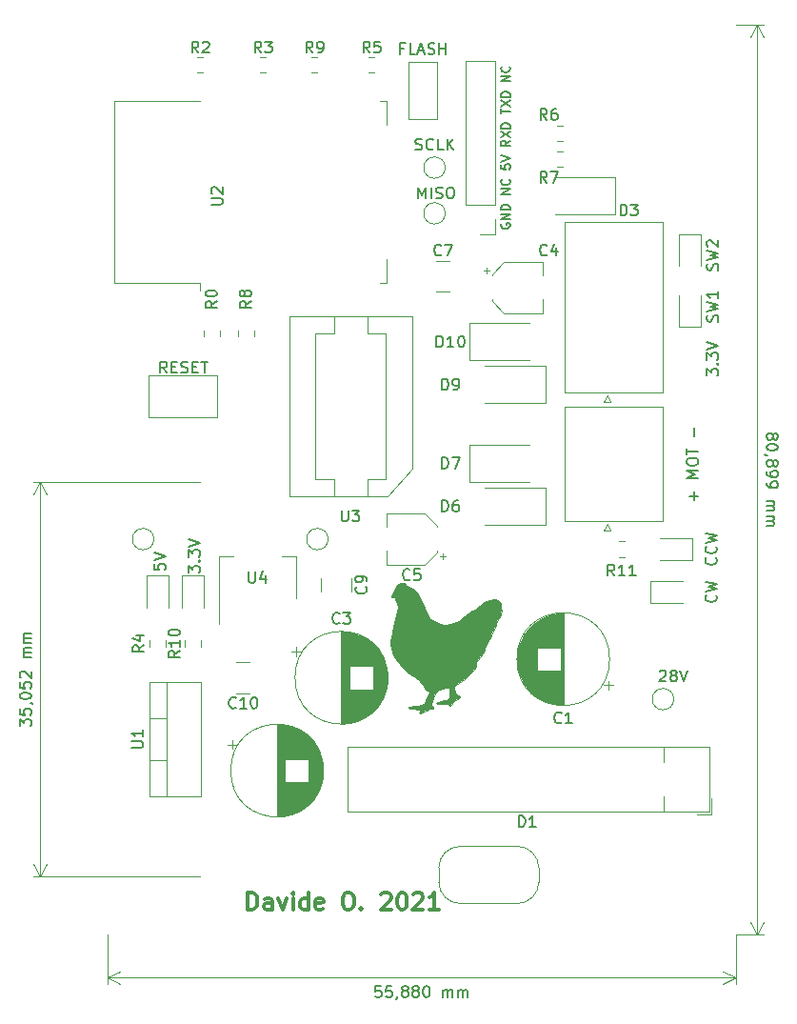
<source format=gbr>
G04 #@! TF.GenerationSoftware,KiCad,Pcbnew,(5.1.5)-3*
G04 #@! TF.CreationDate,2021-06-07T18:41:19+02:00*
G04 #@! TF.ProjectId,IotHenHouse,496f7448-656e-4486-9f75-73652e6b6963,rev?*
G04 #@! TF.SameCoordinates,Original*
G04 #@! TF.FileFunction,Legend,Top*
G04 #@! TF.FilePolarity,Positive*
%FSLAX46Y46*%
G04 Gerber Fmt 4.6, Leading zero omitted, Abs format (unit mm)*
G04 Created by KiCad (PCBNEW (5.1.5)-3) date 2021-06-07 18:41:19*
%MOMM*%
%LPD*%
G04 APERTURE LIST*
%ADD10C,0.150000*%
%ADD11C,0.120000*%
%ADD12C,0.300000*%
%ADD13C,0.010000*%
G04 APERTURE END LIST*
D10*
X27138380Y-119252476D02*
X27138380Y-118633428D01*
X27519333Y-118966761D01*
X27519333Y-118823904D01*
X27566952Y-118728666D01*
X27614571Y-118681047D01*
X27709809Y-118633428D01*
X27947904Y-118633428D01*
X28043142Y-118681047D01*
X28090761Y-118728666D01*
X28138380Y-118823904D01*
X28138380Y-119109619D01*
X28090761Y-119204857D01*
X28043142Y-119252476D01*
X27138380Y-117728666D02*
X27138380Y-118204857D01*
X27614571Y-118252476D01*
X27566952Y-118204857D01*
X27519333Y-118109619D01*
X27519333Y-117871523D01*
X27566952Y-117776285D01*
X27614571Y-117728666D01*
X27709809Y-117681047D01*
X27947904Y-117681047D01*
X28043142Y-117728666D01*
X28090761Y-117776285D01*
X28138380Y-117871523D01*
X28138380Y-118109619D01*
X28090761Y-118204857D01*
X28043142Y-118252476D01*
X28090761Y-117204857D02*
X28138380Y-117204857D01*
X28233619Y-117252476D01*
X28281238Y-117300095D01*
X27138380Y-116585809D02*
X27138380Y-116490571D01*
X27186000Y-116395333D01*
X27233619Y-116347714D01*
X27328857Y-116300095D01*
X27519333Y-116252476D01*
X27757428Y-116252476D01*
X27947904Y-116300095D01*
X28043142Y-116347714D01*
X28090761Y-116395333D01*
X28138380Y-116490571D01*
X28138380Y-116585809D01*
X28090761Y-116681047D01*
X28043142Y-116728666D01*
X27947904Y-116776285D01*
X27757428Y-116823904D01*
X27519333Y-116823904D01*
X27328857Y-116776285D01*
X27233619Y-116728666D01*
X27186000Y-116681047D01*
X27138380Y-116585809D01*
X27138380Y-115347714D02*
X27138380Y-115823904D01*
X27614571Y-115871523D01*
X27566952Y-115823904D01*
X27519333Y-115728666D01*
X27519333Y-115490571D01*
X27566952Y-115395333D01*
X27614571Y-115347714D01*
X27709809Y-115300095D01*
X27947904Y-115300095D01*
X28043142Y-115347714D01*
X28090761Y-115395333D01*
X28138380Y-115490571D01*
X28138380Y-115728666D01*
X28090761Y-115823904D01*
X28043142Y-115871523D01*
X27233619Y-114919142D02*
X27186000Y-114871523D01*
X27138380Y-114776285D01*
X27138380Y-114538190D01*
X27186000Y-114442952D01*
X27233619Y-114395333D01*
X27328857Y-114347714D01*
X27424095Y-114347714D01*
X27566952Y-114395333D01*
X28138380Y-114966761D01*
X28138380Y-114347714D01*
X28138380Y-113157238D02*
X27471714Y-113157238D01*
X27566952Y-113157238D02*
X27519333Y-113109619D01*
X27471714Y-113014380D01*
X27471714Y-112871523D01*
X27519333Y-112776285D01*
X27614571Y-112728666D01*
X28138380Y-112728666D01*
X27614571Y-112728666D02*
X27519333Y-112681047D01*
X27471714Y-112585809D01*
X27471714Y-112442952D01*
X27519333Y-112347714D01*
X27614571Y-112300095D01*
X28138380Y-112300095D01*
X28138380Y-111823904D02*
X27471714Y-111823904D01*
X27566952Y-111823904D02*
X27519333Y-111776285D01*
X27471714Y-111681047D01*
X27471714Y-111538190D01*
X27519333Y-111442952D01*
X27614571Y-111395333D01*
X28138380Y-111395333D01*
X27614571Y-111395333D02*
X27519333Y-111347714D01*
X27471714Y-111252476D01*
X27471714Y-111109619D01*
X27519333Y-111014380D01*
X27614571Y-110966761D01*
X28138380Y-110966761D01*
D11*
X28956000Y-132588000D02*
X28956000Y-97536000D01*
X43180000Y-132588000D02*
X28369579Y-132588000D01*
X43180000Y-97536000D02*
X28369579Y-97536000D01*
X28956000Y-97536000D02*
X29542421Y-98662504D01*
X28956000Y-97536000D02*
X28369579Y-98662504D01*
X28956000Y-132588000D02*
X29542421Y-131461496D01*
X28956000Y-132588000D02*
X28369579Y-131461496D01*
D12*
X47415714Y-135552571D02*
X47415714Y-134052571D01*
X47772857Y-134052571D01*
X47987142Y-134124000D01*
X48130000Y-134266857D01*
X48201428Y-134409714D01*
X48272857Y-134695428D01*
X48272857Y-134909714D01*
X48201428Y-135195428D01*
X48130000Y-135338285D01*
X47987142Y-135481142D01*
X47772857Y-135552571D01*
X47415714Y-135552571D01*
X49558571Y-135552571D02*
X49558571Y-134766857D01*
X49487142Y-134624000D01*
X49344285Y-134552571D01*
X49058571Y-134552571D01*
X48915714Y-134624000D01*
X49558571Y-135481142D02*
X49415714Y-135552571D01*
X49058571Y-135552571D01*
X48915714Y-135481142D01*
X48844285Y-135338285D01*
X48844285Y-135195428D01*
X48915714Y-135052571D01*
X49058571Y-134981142D01*
X49415714Y-134981142D01*
X49558571Y-134909714D01*
X50130000Y-134552571D02*
X50487142Y-135552571D01*
X50844285Y-134552571D01*
X51415714Y-135552571D02*
X51415714Y-134552571D01*
X51415714Y-134052571D02*
X51344285Y-134124000D01*
X51415714Y-134195428D01*
X51487142Y-134124000D01*
X51415714Y-134052571D01*
X51415714Y-134195428D01*
X52772857Y-135552571D02*
X52772857Y-134052571D01*
X52772857Y-135481142D02*
X52630000Y-135552571D01*
X52344285Y-135552571D01*
X52201428Y-135481142D01*
X52130000Y-135409714D01*
X52058571Y-135266857D01*
X52058571Y-134838285D01*
X52130000Y-134695428D01*
X52201428Y-134624000D01*
X52344285Y-134552571D01*
X52630000Y-134552571D01*
X52772857Y-134624000D01*
X54058571Y-135481142D02*
X53915714Y-135552571D01*
X53630000Y-135552571D01*
X53487142Y-135481142D01*
X53415714Y-135338285D01*
X53415714Y-134766857D01*
X53487142Y-134624000D01*
X53630000Y-134552571D01*
X53915714Y-134552571D01*
X54058571Y-134624000D01*
X54130000Y-134766857D01*
X54130000Y-134909714D01*
X53415714Y-135052571D01*
X56201428Y-134052571D02*
X56487142Y-134052571D01*
X56630000Y-134124000D01*
X56772857Y-134266857D01*
X56844285Y-134552571D01*
X56844285Y-135052571D01*
X56772857Y-135338285D01*
X56630000Y-135481142D01*
X56487142Y-135552571D01*
X56201428Y-135552571D01*
X56058571Y-135481142D01*
X55915714Y-135338285D01*
X55844285Y-135052571D01*
X55844285Y-134552571D01*
X55915714Y-134266857D01*
X56058571Y-134124000D01*
X56201428Y-134052571D01*
X57487142Y-135409714D02*
X57558571Y-135481142D01*
X57487142Y-135552571D01*
X57415714Y-135481142D01*
X57487142Y-135409714D01*
X57487142Y-135552571D01*
X59272857Y-134195428D02*
X59344285Y-134124000D01*
X59487142Y-134052571D01*
X59844285Y-134052571D01*
X59987142Y-134124000D01*
X60058571Y-134195428D01*
X60130000Y-134338285D01*
X60130000Y-134481142D01*
X60058571Y-134695428D01*
X59201428Y-135552571D01*
X60130000Y-135552571D01*
X61058571Y-134052571D02*
X61201428Y-134052571D01*
X61344285Y-134124000D01*
X61415714Y-134195428D01*
X61487142Y-134338285D01*
X61558571Y-134624000D01*
X61558571Y-134981142D01*
X61487142Y-135266857D01*
X61415714Y-135409714D01*
X61344285Y-135481142D01*
X61201428Y-135552571D01*
X61058571Y-135552571D01*
X60915714Y-135481142D01*
X60844285Y-135409714D01*
X60772857Y-135266857D01*
X60701428Y-134981142D01*
X60701428Y-134624000D01*
X60772857Y-134338285D01*
X60844285Y-134195428D01*
X60915714Y-134124000D01*
X61058571Y-134052571D01*
X62130000Y-134195428D02*
X62201428Y-134124000D01*
X62344285Y-134052571D01*
X62701428Y-134052571D01*
X62844285Y-134124000D01*
X62915714Y-134195428D01*
X62987142Y-134338285D01*
X62987142Y-134481142D01*
X62915714Y-134695428D01*
X62058571Y-135552571D01*
X62987142Y-135552571D01*
X64415714Y-135552571D02*
X63558571Y-135552571D01*
X63987142Y-135552571D02*
X63987142Y-134052571D01*
X63844285Y-134266857D01*
X63701428Y-134409714D01*
X63558571Y-134481142D01*
D10*
X59245952Y-142327380D02*
X58769761Y-142327380D01*
X58722142Y-142803571D01*
X58769761Y-142755952D01*
X58865000Y-142708333D01*
X59103095Y-142708333D01*
X59198333Y-142755952D01*
X59245952Y-142803571D01*
X59293571Y-142898809D01*
X59293571Y-143136904D01*
X59245952Y-143232142D01*
X59198333Y-143279761D01*
X59103095Y-143327380D01*
X58865000Y-143327380D01*
X58769761Y-143279761D01*
X58722142Y-143232142D01*
X60198333Y-142327380D02*
X59722142Y-142327380D01*
X59674523Y-142803571D01*
X59722142Y-142755952D01*
X59817380Y-142708333D01*
X60055476Y-142708333D01*
X60150714Y-142755952D01*
X60198333Y-142803571D01*
X60245952Y-142898809D01*
X60245952Y-143136904D01*
X60198333Y-143232142D01*
X60150714Y-143279761D01*
X60055476Y-143327380D01*
X59817380Y-143327380D01*
X59722142Y-143279761D01*
X59674523Y-143232142D01*
X60722142Y-143279761D02*
X60722142Y-143327380D01*
X60674523Y-143422619D01*
X60626904Y-143470238D01*
X61293571Y-142755952D02*
X61198333Y-142708333D01*
X61150714Y-142660714D01*
X61103095Y-142565476D01*
X61103095Y-142517857D01*
X61150714Y-142422619D01*
X61198333Y-142375000D01*
X61293571Y-142327380D01*
X61484047Y-142327380D01*
X61579285Y-142375000D01*
X61626904Y-142422619D01*
X61674523Y-142517857D01*
X61674523Y-142565476D01*
X61626904Y-142660714D01*
X61579285Y-142708333D01*
X61484047Y-142755952D01*
X61293571Y-142755952D01*
X61198333Y-142803571D01*
X61150714Y-142851190D01*
X61103095Y-142946428D01*
X61103095Y-143136904D01*
X61150714Y-143232142D01*
X61198333Y-143279761D01*
X61293571Y-143327380D01*
X61484047Y-143327380D01*
X61579285Y-143279761D01*
X61626904Y-143232142D01*
X61674523Y-143136904D01*
X61674523Y-142946428D01*
X61626904Y-142851190D01*
X61579285Y-142803571D01*
X61484047Y-142755952D01*
X62245952Y-142755952D02*
X62150714Y-142708333D01*
X62103095Y-142660714D01*
X62055476Y-142565476D01*
X62055476Y-142517857D01*
X62103095Y-142422619D01*
X62150714Y-142375000D01*
X62245952Y-142327380D01*
X62436428Y-142327380D01*
X62531666Y-142375000D01*
X62579285Y-142422619D01*
X62626904Y-142517857D01*
X62626904Y-142565476D01*
X62579285Y-142660714D01*
X62531666Y-142708333D01*
X62436428Y-142755952D01*
X62245952Y-142755952D01*
X62150714Y-142803571D01*
X62103095Y-142851190D01*
X62055476Y-142946428D01*
X62055476Y-143136904D01*
X62103095Y-143232142D01*
X62150714Y-143279761D01*
X62245952Y-143327380D01*
X62436428Y-143327380D01*
X62531666Y-143279761D01*
X62579285Y-143232142D01*
X62626904Y-143136904D01*
X62626904Y-142946428D01*
X62579285Y-142851190D01*
X62531666Y-142803571D01*
X62436428Y-142755952D01*
X63245952Y-142327380D02*
X63341190Y-142327380D01*
X63436428Y-142375000D01*
X63484047Y-142422619D01*
X63531666Y-142517857D01*
X63579285Y-142708333D01*
X63579285Y-142946428D01*
X63531666Y-143136904D01*
X63484047Y-143232142D01*
X63436428Y-143279761D01*
X63341190Y-143327380D01*
X63245952Y-143327380D01*
X63150714Y-143279761D01*
X63103095Y-143232142D01*
X63055476Y-143136904D01*
X63007857Y-142946428D01*
X63007857Y-142708333D01*
X63055476Y-142517857D01*
X63103095Y-142422619D01*
X63150714Y-142375000D01*
X63245952Y-142327380D01*
X64769761Y-143327380D02*
X64769761Y-142660714D01*
X64769761Y-142755952D02*
X64817380Y-142708333D01*
X64912619Y-142660714D01*
X65055476Y-142660714D01*
X65150714Y-142708333D01*
X65198333Y-142803571D01*
X65198333Y-143327380D01*
X65198333Y-142803571D02*
X65245952Y-142708333D01*
X65341190Y-142660714D01*
X65484047Y-142660714D01*
X65579285Y-142708333D01*
X65626904Y-142803571D01*
X65626904Y-143327380D01*
X66103095Y-143327380D02*
X66103095Y-142660714D01*
X66103095Y-142755952D02*
X66150714Y-142708333D01*
X66245952Y-142660714D01*
X66388809Y-142660714D01*
X66484047Y-142708333D01*
X66531666Y-142803571D01*
X66531666Y-143327380D01*
X66531666Y-142803571D02*
X66579285Y-142708333D01*
X66674523Y-142660714D01*
X66817380Y-142660714D01*
X66912619Y-142708333D01*
X66960238Y-142803571D01*
X66960238Y-143327380D01*
D11*
X90805000Y-141605000D02*
X34925000Y-141605000D01*
X90805000Y-137795000D02*
X90805000Y-142191421D01*
X34925000Y-137795000D02*
X34925000Y-142191421D01*
X34925000Y-141605000D02*
X36051504Y-141018579D01*
X34925000Y-141605000D02*
X36051504Y-142191421D01*
X90805000Y-141605000D02*
X89678496Y-141018579D01*
X90805000Y-141605000D02*
X89678496Y-142191421D01*
D10*
X94099047Y-93393119D02*
X94146666Y-93297880D01*
X94194285Y-93250261D01*
X94289523Y-93202642D01*
X94337142Y-93202642D01*
X94432380Y-93250261D01*
X94480000Y-93297880D01*
X94527619Y-93393119D01*
X94527619Y-93583595D01*
X94480000Y-93678833D01*
X94432380Y-93726452D01*
X94337142Y-93774071D01*
X94289523Y-93774071D01*
X94194285Y-93726452D01*
X94146666Y-93678833D01*
X94099047Y-93583595D01*
X94099047Y-93393119D01*
X94051428Y-93297880D01*
X94003809Y-93250261D01*
X93908571Y-93202642D01*
X93718095Y-93202642D01*
X93622857Y-93250261D01*
X93575238Y-93297880D01*
X93527619Y-93393119D01*
X93527619Y-93583595D01*
X93575238Y-93678833D01*
X93622857Y-93726452D01*
X93718095Y-93774071D01*
X93908571Y-93774071D01*
X94003809Y-93726452D01*
X94051428Y-93678833D01*
X94099047Y-93583595D01*
X94527619Y-94393119D02*
X94527619Y-94488357D01*
X94480000Y-94583595D01*
X94432380Y-94631214D01*
X94337142Y-94678833D01*
X94146666Y-94726452D01*
X93908571Y-94726452D01*
X93718095Y-94678833D01*
X93622857Y-94631214D01*
X93575238Y-94583595D01*
X93527619Y-94488357D01*
X93527619Y-94393119D01*
X93575238Y-94297880D01*
X93622857Y-94250261D01*
X93718095Y-94202642D01*
X93908571Y-94155023D01*
X94146666Y-94155023D01*
X94337142Y-94202642D01*
X94432380Y-94250261D01*
X94480000Y-94297880D01*
X94527619Y-94393119D01*
X93575238Y-95202642D02*
X93527619Y-95202642D01*
X93432380Y-95155023D01*
X93384761Y-95107404D01*
X94099047Y-95774071D02*
X94146666Y-95678833D01*
X94194285Y-95631214D01*
X94289523Y-95583595D01*
X94337142Y-95583595D01*
X94432380Y-95631214D01*
X94480000Y-95678833D01*
X94527619Y-95774071D01*
X94527619Y-95964547D01*
X94480000Y-96059785D01*
X94432380Y-96107404D01*
X94337142Y-96155023D01*
X94289523Y-96155023D01*
X94194285Y-96107404D01*
X94146666Y-96059785D01*
X94099047Y-95964547D01*
X94099047Y-95774071D01*
X94051428Y-95678833D01*
X94003809Y-95631214D01*
X93908571Y-95583595D01*
X93718095Y-95583595D01*
X93622857Y-95631214D01*
X93575238Y-95678833D01*
X93527619Y-95774071D01*
X93527619Y-95964547D01*
X93575238Y-96059785D01*
X93622857Y-96107404D01*
X93718095Y-96155023D01*
X93908571Y-96155023D01*
X94003809Y-96107404D01*
X94051428Y-96059785D01*
X94099047Y-95964547D01*
X93527619Y-96631214D02*
X93527619Y-96821690D01*
X93575238Y-96916928D01*
X93622857Y-96964547D01*
X93765714Y-97059785D01*
X93956190Y-97107404D01*
X94337142Y-97107404D01*
X94432380Y-97059785D01*
X94480000Y-97012166D01*
X94527619Y-96916928D01*
X94527619Y-96726452D01*
X94480000Y-96631214D01*
X94432380Y-96583595D01*
X94337142Y-96535976D01*
X94099047Y-96535976D01*
X94003809Y-96583595D01*
X93956190Y-96631214D01*
X93908571Y-96726452D01*
X93908571Y-96916928D01*
X93956190Y-97012166D01*
X94003809Y-97059785D01*
X94099047Y-97107404D01*
X93527619Y-97583595D02*
X93527619Y-97774071D01*
X93575238Y-97869309D01*
X93622857Y-97916928D01*
X93765714Y-98012166D01*
X93956190Y-98059785D01*
X94337142Y-98059785D01*
X94432380Y-98012166D01*
X94480000Y-97964547D01*
X94527619Y-97869309D01*
X94527619Y-97678833D01*
X94480000Y-97583595D01*
X94432380Y-97535976D01*
X94337142Y-97488357D01*
X94099047Y-97488357D01*
X94003809Y-97535976D01*
X93956190Y-97583595D01*
X93908571Y-97678833D01*
X93908571Y-97869309D01*
X93956190Y-97964547D01*
X94003809Y-98012166D01*
X94099047Y-98059785D01*
X93527619Y-99250261D02*
X94194285Y-99250261D01*
X94099047Y-99250261D02*
X94146666Y-99297880D01*
X94194285Y-99393119D01*
X94194285Y-99535976D01*
X94146666Y-99631214D01*
X94051428Y-99678833D01*
X93527619Y-99678833D01*
X94051428Y-99678833D02*
X94146666Y-99726452D01*
X94194285Y-99821690D01*
X94194285Y-99964547D01*
X94146666Y-100059785D01*
X94051428Y-100107404D01*
X93527619Y-100107404D01*
X93527619Y-100583595D02*
X94194285Y-100583595D01*
X94099047Y-100583595D02*
X94146666Y-100631214D01*
X94194285Y-100726452D01*
X94194285Y-100869309D01*
X94146666Y-100964547D01*
X94051428Y-101012166D01*
X93527619Y-101012166D01*
X94051428Y-101012166D02*
X94146666Y-101059785D01*
X94194285Y-101155023D01*
X94194285Y-101297880D01*
X94146666Y-101393119D01*
X94051428Y-101440738D01*
X93527619Y-101440738D01*
D11*
X92710000Y-56896000D02*
X92710000Y-137795000D01*
X90805000Y-56896000D02*
X93296421Y-56896000D01*
X90805000Y-137795000D02*
X93296421Y-137795000D01*
X92710000Y-137795000D02*
X92123579Y-136668496D01*
X92710000Y-137795000D02*
X93296421Y-136668496D01*
X92710000Y-56896000D02*
X92123579Y-58022504D01*
X92710000Y-56896000D02*
X93296421Y-58022504D01*
X53403500Y-84582000D02*
X53403500Y-84455000D01*
X53403500Y-97282000D02*
X53403500Y-84328000D01*
X59626500Y-84328000D02*
X59626500Y-97282000D01*
X58039000Y-84328000D02*
X59626500Y-84328000D01*
X55054500Y-84328000D02*
X53403500Y-84328000D01*
X58039000Y-97282000D02*
X59626500Y-97282000D01*
X55054500Y-97282000D02*
X53403500Y-97282000D01*
X58039000Y-84328000D02*
X58039000Y-82804000D01*
X55054500Y-84328000D02*
X55054500Y-82804000D01*
X58039000Y-98806000D02*
X58039000Y-97282000D01*
X55054500Y-98806000D02*
X55054500Y-97282000D01*
X59817000Y-98806000D02*
X51117500Y-98806000D01*
X51117500Y-82804000D02*
X51117500Y-98806000D01*
X62039500Y-82804000D02*
X51117500Y-82804000D01*
X62039500Y-96393000D02*
X62039500Y-82804000D01*
X59817000Y-98806000D02*
X62039500Y-96393000D01*
D13*
G36*
X61348079Y-106548436D02*
G01*
X61441092Y-106670916D01*
X61552306Y-106808385D01*
X61722562Y-106879079D01*
X62088726Y-107037836D01*
X62431945Y-107360843D01*
X62749349Y-107844212D01*
X63038071Y-108484052D01*
X63159858Y-108828015D01*
X63288800Y-109157405D01*
X63439704Y-109452570D01*
X63573791Y-109642131D01*
X63807838Y-109817677D01*
X64144748Y-109990346D01*
X64519704Y-110133678D01*
X64867887Y-110221213D01*
X65028575Y-110235999D01*
X65390927Y-110184538D01*
X65796538Y-110050736D01*
X66164138Y-109865468D01*
X66336333Y-109739177D01*
X67057170Y-109200407D01*
X67394667Y-109010116D01*
X67629363Y-108863674D01*
X67904510Y-108655315D01*
X68055946Y-108524876D01*
X68499057Y-108187732D01*
X68924740Y-107996975D01*
X69318658Y-107956973D01*
X69622733Y-108047341D01*
X69838602Y-108205326D01*
X69901749Y-108384232D01*
X69883405Y-108483229D01*
X69891169Y-108672282D01*
X69935160Y-108754928D01*
X69995542Y-108950750D01*
X69946027Y-109224438D01*
X69796697Y-109534364D01*
X69718565Y-109649344D01*
X69585832Y-109866852D01*
X69514981Y-110056216D01*
X69511333Y-110091218D01*
X69495317Y-110217599D01*
X69437223Y-110384164D01*
X69321983Y-110626810D01*
X69148452Y-110955666D01*
X69027375Y-111180128D01*
X68871533Y-111469256D01*
X68786664Y-111626789D01*
X68630580Y-111950910D01*
X68492483Y-112294288D01*
X68446315Y-112433431D01*
X68280689Y-112793099D01*
X68034779Y-113109701D01*
X68031987Y-113112418D01*
X67840177Y-113340463D01*
X67740144Y-113548052D01*
X67733333Y-113600315D01*
X67670696Y-113929990D01*
X67477206Y-114271558D01*
X67144497Y-114634533D01*
X66664202Y-115028426D01*
X66184593Y-115361372D01*
X65926962Y-115536680D01*
X65785773Y-115660487D01*
X65733257Y-115770043D01*
X65741645Y-115902599D01*
X65750110Y-115944192D01*
X65846533Y-116268306D01*
X65974618Y-116451021D01*
X66127835Y-116516587D01*
X66287088Y-116580728D01*
X66301886Y-116669635D01*
X66168615Y-116736252D01*
X66145003Y-116740164D01*
X65981546Y-116819809D01*
X65782667Y-116991410D01*
X65686333Y-117099997D01*
X65474331Y-117337769D01*
X65339718Y-117426488D01*
X65281028Y-117366953D01*
X65278000Y-117322820D01*
X65231681Y-117262915D01*
X65075042Y-117238095D01*
X64781558Y-117244754D01*
X64727667Y-117248017D01*
X64401777Y-117255752D01*
X64215817Y-117230244D01*
X64177333Y-117194235D01*
X64208482Y-117126041D01*
X64322664Y-117069721D01*
X64550981Y-117014134D01*
X64812333Y-116966816D01*
X65055214Y-116909307D01*
X65232423Y-116838633D01*
X65256833Y-116822056D01*
X65312560Y-116698304D01*
X65348692Y-116474797D01*
X65362901Y-116212642D01*
X65352857Y-115972949D01*
X65316230Y-115816825D01*
X65296065Y-115792831D01*
X65187633Y-115797776D01*
X64969399Y-115850971D01*
X64706732Y-115934795D01*
X64437295Y-116034577D01*
X64262476Y-116130308D01*
X64137518Y-116265141D01*
X64017662Y-116482225D01*
X63917837Y-116695370D01*
X63784360Y-116994471D01*
X63718454Y-117182737D01*
X63712769Y-117301189D01*
X63759956Y-117390849D01*
X63787503Y-117422909D01*
X63907265Y-117590564D01*
X63890187Y-117671467D01*
X63758059Y-117663196D01*
X63612070Y-117663460D01*
X63564596Y-117704545D01*
X63473123Y-117786710D01*
X63284196Y-117880097D01*
X63243036Y-117895788D01*
X62998707Y-117987134D01*
X62799637Y-118065610D01*
X62787891Y-118070512D01*
X62671330Y-118097220D01*
X62661791Y-118005913D01*
X62672632Y-117960677D01*
X62683191Y-117863126D01*
X62628628Y-117802281D01*
X62474755Y-117761926D01*
X62187386Y-117725848D01*
X62174604Y-117724476D01*
X61846829Y-117673088D01*
X61683695Y-117612549D01*
X61681409Y-117551139D01*
X61836178Y-117497139D01*
X62144209Y-117458829D01*
X62300272Y-117450124D01*
X62596344Y-117427642D01*
X62812461Y-117391500D01*
X62906294Y-117349079D01*
X62907333Y-117344290D01*
X62974371Y-117269224D01*
X63014340Y-117263333D01*
X63100951Y-117191527D01*
X63222478Y-117003891D01*
X63344135Y-116759257D01*
X63566923Y-116255182D01*
X63364128Y-116122305D01*
X63215781Y-115986040D01*
X63161333Y-115867327D01*
X63091365Y-115690697D01*
X62894430Y-115448485D01*
X62589980Y-115160163D01*
X62197470Y-114845208D01*
X61990454Y-114695169D01*
X61275749Y-114130043D01*
X60729486Y-113556655D01*
X60350930Y-112973937D01*
X60139343Y-112380825D01*
X60089963Y-111946048D01*
X60101040Y-111699048D01*
X60142703Y-111375636D01*
X60218417Y-110958375D01*
X60331648Y-110429832D01*
X60485860Y-109772571D01*
X60670489Y-109024956D01*
X60735596Y-108738401D01*
X60750639Y-108558695D01*
X60715193Y-108430795D01*
X60665285Y-108349951D01*
X60564759Y-108133542D01*
X60536667Y-107973494D01*
X60496561Y-107825260D01*
X60346619Y-107780942D01*
X60325000Y-107780666D01*
X60150601Y-107744968D01*
X60130422Y-107640677D01*
X60236153Y-107500608D01*
X60352188Y-107323441D01*
X60413818Y-107159267D01*
X60555908Y-106857286D01*
X60787968Y-106628711D01*
X61063074Y-106515845D01*
X61133217Y-106510666D01*
X61348079Y-106548436D01*
G37*
X61348079Y-106548436D02*
X61441092Y-106670916D01*
X61552306Y-106808385D01*
X61722562Y-106879079D01*
X62088726Y-107037836D01*
X62431945Y-107360843D01*
X62749349Y-107844212D01*
X63038071Y-108484052D01*
X63159858Y-108828015D01*
X63288800Y-109157405D01*
X63439704Y-109452570D01*
X63573791Y-109642131D01*
X63807838Y-109817677D01*
X64144748Y-109990346D01*
X64519704Y-110133678D01*
X64867887Y-110221213D01*
X65028575Y-110235999D01*
X65390927Y-110184538D01*
X65796538Y-110050736D01*
X66164138Y-109865468D01*
X66336333Y-109739177D01*
X67057170Y-109200407D01*
X67394667Y-109010116D01*
X67629363Y-108863674D01*
X67904510Y-108655315D01*
X68055946Y-108524876D01*
X68499057Y-108187732D01*
X68924740Y-107996975D01*
X69318658Y-107956973D01*
X69622733Y-108047341D01*
X69838602Y-108205326D01*
X69901749Y-108384232D01*
X69883405Y-108483229D01*
X69891169Y-108672282D01*
X69935160Y-108754928D01*
X69995542Y-108950750D01*
X69946027Y-109224438D01*
X69796697Y-109534364D01*
X69718565Y-109649344D01*
X69585832Y-109866852D01*
X69514981Y-110056216D01*
X69511333Y-110091218D01*
X69495317Y-110217599D01*
X69437223Y-110384164D01*
X69321983Y-110626810D01*
X69148452Y-110955666D01*
X69027375Y-111180128D01*
X68871533Y-111469256D01*
X68786664Y-111626789D01*
X68630580Y-111950910D01*
X68492483Y-112294288D01*
X68446315Y-112433431D01*
X68280689Y-112793099D01*
X68034779Y-113109701D01*
X68031987Y-113112418D01*
X67840177Y-113340463D01*
X67740144Y-113548052D01*
X67733333Y-113600315D01*
X67670696Y-113929990D01*
X67477206Y-114271558D01*
X67144497Y-114634533D01*
X66664202Y-115028426D01*
X66184593Y-115361372D01*
X65926962Y-115536680D01*
X65785773Y-115660487D01*
X65733257Y-115770043D01*
X65741645Y-115902599D01*
X65750110Y-115944192D01*
X65846533Y-116268306D01*
X65974618Y-116451021D01*
X66127835Y-116516587D01*
X66287088Y-116580728D01*
X66301886Y-116669635D01*
X66168615Y-116736252D01*
X66145003Y-116740164D01*
X65981546Y-116819809D01*
X65782667Y-116991410D01*
X65686333Y-117099997D01*
X65474331Y-117337769D01*
X65339718Y-117426488D01*
X65281028Y-117366953D01*
X65278000Y-117322820D01*
X65231681Y-117262915D01*
X65075042Y-117238095D01*
X64781558Y-117244754D01*
X64727667Y-117248017D01*
X64401777Y-117255752D01*
X64215817Y-117230244D01*
X64177333Y-117194235D01*
X64208482Y-117126041D01*
X64322664Y-117069721D01*
X64550981Y-117014134D01*
X64812333Y-116966816D01*
X65055214Y-116909307D01*
X65232423Y-116838633D01*
X65256833Y-116822056D01*
X65312560Y-116698304D01*
X65348692Y-116474797D01*
X65362901Y-116212642D01*
X65352857Y-115972949D01*
X65316230Y-115816825D01*
X65296065Y-115792831D01*
X65187633Y-115797776D01*
X64969399Y-115850971D01*
X64706732Y-115934795D01*
X64437295Y-116034577D01*
X64262476Y-116130308D01*
X64137518Y-116265141D01*
X64017662Y-116482225D01*
X63917837Y-116695370D01*
X63784360Y-116994471D01*
X63718454Y-117182737D01*
X63712769Y-117301189D01*
X63759956Y-117390849D01*
X63787503Y-117422909D01*
X63907265Y-117590564D01*
X63890187Y-117671467D01*
X63758059Y-117663196D01*
X63612070Y-117663460D01*
X63564596Y-117704545D01*
X63473123Y-117786710D01*
X63284196Y-117880097D01*
X63243036Y-117895788D01*
X62998707Y-117987134D01*
X62799637Y-118065610D01*
X62787891Y-118070512D01*
X62671330Y-118097220D01*
X62661791Y-118005913D01*
X62672632Y-117960677D01*
X62683191Y-117863126D01*
X62628628Y-117802281D01*
X62474755Y-117761926D01*
X62187386Y-117725848D01*
X62174604Y-117724476D01*
X61846829Y-117673088D01*
X61683695Y-117612549D01*
X61681409Y-117551139D01*
X61836178Y-117497139D01*
X62144209Y-117458829D01*
X62300272Y-117450124D01*
X62596344Y-117427642D01*
X62812461Y-117391500D01*
X62906294Y-117349079D01*
X62907333Y-117344290D01*
X62974371Y-117269224D01*
X63014340Y-117263333D01*
X63100951Y-117191527D01*
X63222478Y-117003891D01*
X63344135Y-116759257D01*
X63566923Y-116255182D01*
X63364128Y-116122305D01*
X63215781Y-115986040D01*
X63161333Y-115867327D01*
X63091365Y-115690697D01*
X62894430Y-115448485D01*
X62589980Y-115160163D01*
X62197470Y-114845208D01*
X61990454Y-114695169D01*
X61275749Y-114130043D01*
X60729486Y-113556655D01*
X60350930Y-112973937D01*
X60139343Y-112380825D01*
X60089963Y-111946048D01*
X60101040Y-111699048D01*
X60142703Y-111375636D01*
X60218417Y-110958375D01*
X60331648Y-110429832D01*
X60485860Y-109772571D01*
X60670489Y-109024956D01*
X60735596Y-108738401D01*
X60750639Y-108558695D01*
X60715193Y-108430795D01*
X60665285Y-108349951D01*
X60564759Y-108133542D01*
X60536667Y-107973494D01*
X60496561Y-107825260D01*
X60346619Y-107780942D01*
X60325000Y-107780666D01*
X60150601Y-107744968D01*
X60130422Y-107640677D01*
X60236153Y-107500608D01*
X60352188Y-107323441D01*
X60413818Y-107159267D01*
X60555908Y-106857286D01*
X60787968Y-106628711D01*
X61063074Y-106515845D01*
X61133217Y-106510666D01*
X61348079Y-106548436D01*
D11*
X79467698Y-115999000D02*
X79467698Y-115199000D01*
X79867698Y-115599000D02*
X79067698Y-115599000D01*
X71377000Y-113817000D02*
X71377000Y-112751000D01*
X71417000Y-114052000D02*
X71417000Y-112516000D01*
X71457000Y-114232000D02*
X71457000Y-112336000D01*
X71497000Y-114382000D02*
X71497000Y-112186000D01*
X71537000Y-114513000D02*
X71537000Y-112055000D01*
X71577000Y-114630000D02*
X71577000Y-111938000D01*
X71617000Y-114737000D02*
X71617000Y-111831000D01*
X71657000Y-114836000D02*
X71657000Y-111732000D01*
X71697000Y-114929000D02*
X71697000Y-111639000D01*
X71737000Y-115015000D02*
X71737000Y-111553000D01*
X71777000Y-115097000D02*
X71777000Y-111471000D01*
X71817000Y-115174000D02*
X71817000Y-111394000D01*
X71857000Y-115248000D02*
X71857000Y-111320000D01*
X71897000Y-115318000D02*
X71897000Y-111250000D01*
X71937000Y-115386000D02*
X71937000Y-111182000D01*
X71977000Y-115450000D02*
X71977000Y-111118000D01*
X72017000Y-115512000D02*
X72017000Y-111056000D01*
X72057000Y-115571000D02*
X72057000Y-110997000D01*
X72097000Y-115629000D02*
X72097000Y-110939000D01*
X72137000Y-115684000D02*
X72137000Y-110884000D01*
X72177000Y-115738000D02*
X72177000Y-110830000D01*
X72217000Y-115789000D02*
X72217000Y-110779000D01*
X72257000Y-115840000D02*
X72257000Y-110728000D01*
X72297000Y-115888000D02*
X72297000Y-110680000D01*
X72337000Y-115935000D02*
X72337000Y-110633000D01*
X72377000Y-115981000D02*
X72377000Y-110587000D01*
X72417000Y-116025000D02*
X72417000Y-110543000D01*
X72457000Y-116068000D02*
X72457000Y-110500000D01*
X72497000Y-116110000D02*
X72497000Y-110458000D01*
X72537000Y-116151000D02*
X72537000Y-110417000D01*
X72577000Y-116191000D02*
X72577000Y-110377000D01*
X72617000Y-116229000D02*
X72617000Y-110339000D01*
X72657000Y-116267000D02*
X72657000Y-110301000D01*
X72697000Y-116303000D02*
X72697000Y-110265000D01*
X72737000Y-116339000D02*
X72737000Y-110229000D01*
X72777000Y-116374000D02*
X72777000Y-110194000D01*
X72817000Y-116408000D02*
X72817000Y-110160000D01*
X72857000Y-116440000D02*
X72857000Y-110128000D01*
X72897000Y-116473000D02*
X72897000Y-110095000D01*
X72937000Y-116504000D02*
X72937000Y-110064000D01*
X72977000Y-116534000D02*
X72977000Y-110034000D01*
X73017000Y-116564000D02*
X73017000Y-110004000D01*
X73057000Y-116593000D02*
X73057000Y-109975000D01*
X73097000Y-116622000D02*
X73097000Y-109946000D01*
X73137000Y-116649000D02*
X73137000Y-109919000D01*
X73177000Y-112244000D02*
X73177000Y-109892000D01*
X73177000Y-116676000D02*
X73177000Y-114324000D01*
X73217000Y-112244000D02*
X73217000Y-109866000D01*
X73217000Y-116702000D02*
X73217000Y-114324000D01*
X73257000Y-112244000D02*
X73257000Y-109840000D01*
X73257000Y-116728000D02*
X73257000Y-114324000D01*
X73297000Y-112244000D02*
X73297000Y-109815000D01*
X73297000Y-116753000D02*
X73297000Y-114324000D01*
X73337000Y-112244000D02*
X73337000Y-109791000D01*
X73337000Y-116777000D02*
X73337000Y-114324000D01*
X73377000Y-112244000D02*
X73377000Y-109767000D01*
X73377000Y-116801000D02*
X73377000Y-114324000D01*
X73417000Y-112244000D02*
X73417000Y-109744000D01*
X73417000Y-116824000D02*
X73417000Y-114324000D01*
X73457000Y-112244000D02*
X73457000Y-109722000D01*
X73457000Y-116846000D02*
X73457000Y-114324000D01*
X73497000Y-112244000D02*
X73497000Y-109700000D01*
X73497000Y-116868000D02*
X73497000Y-114324000D01*
X73537000Y-112244000D02*
X73537000Y-109678000D01*
X73537000Y-116890000D02*
X73537000Y-114324000D01*
X73577000Y-112244000D02*
X73577000Y-109657000D01*
X73577000Y-116911000D02*
X73577000Y-114324000D01*
X73617000Y-112244000D02*
X73617000Y-109637000D01*
X73617000Y-116931000D02*
X73617000Y-114324000D01*
X73657000Y-112244000D02*
X73657000Y-109618000D01*
X73657000Y-116950000D02*
X73657000Y-114324000D01*
X73697000Y-112244000D02*
X73697000Y-109598000D01*
X73697000Y-116970000D02*
X73697000Y-114324000D01*
X73737000Y-112244000D02*
X73737000Y-109580000D01*
X73737000Y-116988000D02*
X73737000Y-114324000D01*
X73777000Y-112244000D02*
X73777000Y-109562000D01*
X73777000Y-117006000D02*
X73777000Y-114324000D01*
X73817000Y-112244000D02*
X73817000Y-109544000D01*
X73817000Y-117024000D02*
X73817000Y-114324000D01*
X73857000Y-112244000D02*
X73857000Y-109527000D01*
X73857000Y-117041000D02*
X73857000Y-114324000D01*
X73897000Y-112244000D02*
X73897000Y-109510000D01*
X73897000Y-117058000D02*
X73897000Y-114324000D01*
X73937000Y-112244000D02*
X73937000Y-109494000D01*
X73937000Y-117074000D02*
X73937000Y-114324000D01*
X73977000Y-112244000D02*
X73977000Y-109479000D01*
X73977000Y-117089000D02*
X73977000Y-114324000D01*
X74017000Y-112244000D02*
X74017000Y-109463000D01*
X74017000Y-117105000D02*
X74017000Y-114324000D01*
X74057000Y-112244000D02*
X74057000Y-109449000D01*
X74057000Y-117119000D02*
X74057000Y-114324000D01*
X74097000Y-112244000D02*
X74097000Y-109434000D01*
X74097000Y-117134000D02*
X74097000Y-114324000D01*
X74137000Y-112244000D02*
X74137000Y-109421000D01*
X74137000Y-117147000D02*
X74137000Y-114324000D01*
X74177000Y-112244000D02*
X74177000Y-109407000D01*
X74177000Y-117161000D02*
X74177000Y-114324000D01*
X74217000Y-112244000D02*
X74217000Y-109395000D01*
X74217000Y-117173000D02*
X74217000Y-114324000D01*
X74257000Y-112244000D02*
X74257000Y-109382000D01*
X74257000Y-117186000D02*
X74257000Y-114324000D01*
X74297000Y-112244000D02*
X74297000Y-109370000D01*
X74297000Y-117198000D02*
X74297000Y-114324000D01*
X74337000Y-112244000D02*
X74337000Y-109359000D01*
X74337000Y-117209000D02*
X74337000Y-114324000D01*
X74377000Y-112244000D02*
X74377000Y-109348000D01*
X74377000Y-117220000D02*
X74377000Y-114324000D01*
X74417000Y-112244000D02*
X74417000Y-109337000D01*
X74417000Y-117231000D02*
X74417000Y-114324000D01*
X74457000Y-112244000D02*
X74457000Y-109327000D01*
X74457000Y-117241000D02*
X74457000Y-114324000D01*
X74497000Y-112244000D02*
X74497000Y-109317000D01*
X74497000Y-117251000D02*
X74497000Y-114324000D01*
X74537000Y-112244000D02*
X74537000Y-109308000D01*
X74537000Y-117260000D02*
X74537000Y-114324000D01*
X74577000Y-112244000D02*
X74577000Y-109299000D01*
X74577000Y-117269000D02*
X74577000Y-114324000D01*
X74617000Y-112244000D02*
X74617000Y-109290000D01*
X74617000Y-117278000D02*
X74617000Y-114324000D01*
X74657000Y-112244000D02*
X74657000Y-109282000D01*
X74657000Y-117286000D02*
X74657000Y-114324000D01*
X74697000Y-112244000D02*
X74697000Y-109274000D01*
X74697000Y-117294000D02*
X74697000Y-114324000D01*
X74737000Y-112244000D02*
X74737000Y-109267000D01*
X74737000Y-117301000D02*
X74737000Y-114324000D01*
X74778000Y-112244000D02*
X74778000Y-109260000D01*
X74778000Y-117308000D02*
X74778000Y-114324000D01*
X74818000Y-112244000D02*
X74818000Y-109254000D01*
X74818000Y-117314000D02*
X74818000Y-114324000D01*
X74858000Y-112244000D02*
X74858000Y-109247000D01*
X74858000Y-117321000D02*
X74858000Y-114324000D01*
X74898000Y-112244000D02*
X74898000Y-109242000D01*
X74898000Y-117326000D02*
X74898000Y-114324000D01*
X74938000Y-112244000D02*
X74938000Y-109236000D01*
X74938000Y-117332000D02*
X74938000Y-114324000D01*
X74978000Y-112244000D02*
X74978000Y-109232000D01*
X74978000Y-117336000D02*
X74978000Y-114324000D01*
X75018000Y-112244000D02*
X75018000Y-109227000D01*
X75018000Y-117341000D02*
X75018000Y-114324000D01*
X75058000Y-112244000D02*
X75058000Y-109223000D01*
X75058000Y-117345000D02*
X75058000Y-114324000D01*
X75098000Y-112244000D02*
X75098000Y-109219000D01*
X75098000Y-117349000D02*
X75098000Y-114324000D01*
X75138000Y-112244000D02*
X75138000Y-109216000D01*
X75138000Y-117352000D02*
X75138000Y-114324000D01*
X75178000Y-112244000D02*
X75178000Y-109213000D01*
X75178000Y-117355000D02*
X75178000Y-114324000D01*
X75218000Y-112244000D02*
X75218000Y-109210000D01*
X75218000Y-117358000D02*
X75218000Y-114324000D01*
X75258000Y-117360000D02*
X75258000Y-109208000D01*
X75298000Y-117361000D02*
X75298000Y-109207000D01*
X75338000Y-117363000D02*
X75338000Y-109205000D01*
X75378000Y-117364000D02*
X75378000Y-109204000D01*
X75418000Y-117364000D02*
X75418000Y-109204000D01*
X75458000Y-117364000D02*
X75458000Y-109204000D01*
X79578000Y-113284000D02*
G75*
G03X79578000Y-113284000I-4120000J0D01*
G01*
X54544000Y-102616000D02*
G75*
G03X54544000Y-102616000I-950000J0D01*
G01*
X39050000Y-102616000D02*
G75*
G03X39050000Y-102616000I-950000J0D01*
G01*
X85278000Y-116840000D02*
G75*
G03X85278000Y-116840000I-950000J0D01*
G01*
X71374000Y-135001000D02*
X69469000Y-135001000D01*
X71374000Y-129921000D02*
X69469000Y-129921000D01*
X64389000Y-131826000D02*
X64389000Y-133096000D01*
X66294000Y-129921000D02*
X69469000Y-129921000D01*
X69469000Y-135001000D02*
X66294000Y-135001000D01*
X73279000Y-131826000D02*
X73279000Y-133096000D01*
X71374000Y-129921000D02*
G75*
G02X73279000Y-131826000I0J-1905000D01*
G01*
X64389000Y-131826000D02*
G75*
G02X66294000Y-129921000I1905000J0D01*
G01*
X66294000Y-135001000D02*
G75*
G02X64389000Y-133096000I0J1905000D01*
G01*
X73279000Y-133096000D02*
G75*
G02X71374000Y-135001000I-1905000J0D01*
G01*
X85781000Y-75483000D02*
X85781000Y-78343000D01*
X87701000Y-75483000D02*
X85781000Y-75483000D01*
X87701000Y-78343000D02*
X87701000Y-75483000D01*
X87701000Y-83775000D02*
X87701000Y-80915000D01*
X85781000Y-83775000D02*
X87701000Y-83775000D01*
X85781000Y-80915000D02*
X85781000Y-83775000D01*
X44716000Y-91766000D02*
X38596000Y-91766000D01*
X38596000Y-91766000D02*
X38596000Y-88066000D01*
X38596000Y-88066000D02*
X44716000Y-88066000D01*
X44716000Y-88066000D02*
X44716000Y-91766000D01*
X43125000Y-79875000D02*
X43125000Y-80485000D01*
X43125000Y-79875000D02*
X35505000Y-79875000D01*
X59745000Y-79875000D02*
X59125000Y-79875000D01*
X59745000Y-77755000D02*
X59745000Y-79875000D01*
X59745000Y-63635000D02*
X59745000Y-65755000D01*
X59125000Y-63635000D02*
X59745000Y-63635000D01*
X35505000Y-63635000D02*
X43125000Y-63635000D01*
X35505000Y-79875000D02*
X35505000Y-63635000D01*
X64262000Y-60198000D02*
X64262000Y-65278000D01*
X64262000Y-65278000D02*
X61722000Y-65278000D01*
X61722000Y-65278000D02*
X61722000Y-60198000D01*
X61722000Y-60198000D02*
X64262000Y-60198000D01*
X79075000Y-90405000D02*
X79375000Y-89805000D01*
X79675000Y-90405000D02*
X79075000Y-90405000D01*
X79375000Y-89805000D02*
X79675000Y-90405000D01*
X75565000Y-74385000D02*
X75565000Y-89605000D01*
X84285000Y-74385000D02*
X75565000Y-74385000D01*
X84285000Y-89605000D02*
X84285000Y-74385000D01*
X75565000Y-89605000D02*
X84285000Y-89605000D01*
X46000302Y-120475000D02*
X46000302Y-121275000D01*
X45600302Y-120875000D02*
X46400302Y-120875000D01*
X54091000Y-122657000D02*
X54091000Y-123723000D01*
X54051000Y-122422000D02*
X54051000Y-123958000D01*
X54011000Y-122242000D02*
X54011000Y-124138000D01*
X53971000Y-122092000D02*
X53971000Y-124288000D01*
X53931000Y-121961000D02*
X53931000Y-124419000D01*
X53891000Y-121844000D02*
X53891000Y-124536000D01*
X53851000Y-121737000D02*
X53851000Y-124643000D01*
X53811000Y-121638000D02*
X53811000Y-124742000D01*
X53771000Y-121545000D02*
X53771000Y-124835000D01*
X53731000Y-121459000D02*
X53731000Y-124921000D01*
X53691000Y-121377000D02*
X53691000Y-125003000D01*
X53651000Y-121300000D02*
X53651000Y-125080000D01*
X53611000Y-121226000D02*
X53611000Y-125154000D01*
X53571000Y-121156000D02*
X53571000Y-125224000D01*
X53531000Y-121088000D02*
X53531000Y-125292000D01*
X53491000Y-121024000D02*
X53491000Y-125356000D01*
X53451000Y-120962000D02*
X53451000Y-125418000D01*
X53411000Y-120903000D02*
X53411000Y-125477000D01*
X53371000Y-120845000D02*
X53371000Y-125535000D01*
X53331000Y-120790000D02*
X53331000Y-125590000D01*
X53291000Y-120736000D02*
X53291000Y-125644000D01*
X53251000Y-120685000D02*
X53251000Y-125695000D01*
X53211000Y-120634000D02*
X53211000Y-125746000D01*
X53171000Y-120586000D02*
X53171000Y-125794000D01*
X53131000Y-120539000D02*
X53131000Y-125841000D01*
X53091000Y-120493000D02*
X53091000Y-125887000D01*
X53051000Y-120449000D02*
X53051000Y-125931000D01*
X53011000Y-120406000D02*
X53011000Y-125974000D01*
X52971000Y-120364000D02*
X52971000Y-126016000D01*
X52931000Y-120323000D02*
X52931000Y-126057000D01*
X52891000Y-120283000D02*
X52891000Y-126097000D01*
X52851000Y-120245000D02*
X52851000Y-126135000D01*
X52811000Y-120207000D02*
X52811000Y-126173000D01*
X52771000Y-124230000D02*
X52771000Y-126209000D01*
X52771000Y-120171000D02*
X52771000Y-122150000D01*
X52731000Y-124230000D02*
X52731000Y-126245000D01*
X52731000Y-120135000D02*
X52731000Y-122150000D01*
X52691000Y-124230000D02*
X52691000Y-126280000D01*
X52691000Y-120100000D02*
X52691000Y-122150000D01*
X52651000Y-124230000D02*
X52651000Y-126314000D01*
X52651000Y-120066000D02*
X52651000Y-122150000D01*
X52611000Y-124230000D02*
X52611000Y-126346000D01*
X52611000Y-120034000D02*
X52611000Y-122150000D01*
X52571000Y-124230000D02*
X52571000Y-126379000D01*
X52571000Y-120001000D02*
X52571000Y-122150000D01*
X52531000Y-124230000D02*
X52531000Y-126410000D01*
X52531000Y-119970000D02*
X52531000Y-122150000D01*
X52491000Y-124230000D02*
X52491000Y-126440000D01*
X52491000Y-119940000D02*
X52491000Y-122150000D01*
X52451000Y-124230000D02*
X52451000Y-126470000D01*
X52451000Y-119910000D02*
X52451000Y-122150000D01*
X52411000Y-124230000D02*
X52411000Y-126499000D01*
X52411000Y-119881000D02*
X52411000Y-122150000D01*
X52371000Y-124230000D02*
X52371000Y-126528000D01*
X52371000Y-119852000D02*
X52371000Y-122150000D01*
X52331000Y-124230000D02*
X52331000Y-126555000D01*
X52331000Y-119825000D02*
X52331000Y-122150000D01*
X52291000Y-124230000D02*
X52291000Y-126582000D01*
X52291000Y-119798000D02*
X52291000Y-122150000D01*
X52251000Y-124230000D02*
X52251000Y-126608000D01*
X52251000Y-119772000D02*
X52251000Y-122150000D01*
X52211000Y-124230000D02*
X52211000Y-126634000D01*
X52211000Y-119746000D02*
X52211000Y-122150000D01*
X52171000Y-124230000D02*
X52171000Y-126659000D01*
X52171000Y-119721000D02*
X52171000Y-122150000D01*
X52131000Y-124230000D02*
X52131000Y-126683000D01*
X52131000Y-119697000D02*
X52131000Y-122150000D01*
X52091000Y-124230000D02*
X52091000Y-126707000D01*
X52091000Y-119673000D02*
X52091000Y-122150000D01*
X52051000Y-124230000D02*
X52051000Y-126730000D01*
X52051000Y-119650000D02*
X52051000Y-122150000D01*
X52011000Y-124230000D02*
X52011000Y-126752000D01*
X52011000Y-119628000D02*
X52011000Y-122150000D01*
X51971000Y-124230000D02*
X51971000Y-126774000D01*
X51971000Y-119606000D02*
X51971000Y-122150000D01*
X51931000Y-124230000D02*
X51931000Y-126796000D01*
X51931000Y-119584000D02*
X51931000Y-122150000D01*
X51891000Y-124230000D02*
X51891000Y-126817000D01*
X51891000Y-119563000D02*
X51891000Y-122150000D01*
X51851000Y-124230000D02*
X51851000Y-126837000D01*
X51851000Y-119543000D02*
X51851000Y-122150000D01*
X51811000Y-124230000D02*
X51811000Y-126856000D01*
X51811000Y-119524000D02*
X51811000Y-122150000D01*
X51771000Y-124230000D02*
X51771000Y-126876000D01*
X51771000Y-119504000D02*
X51771000Y-122150000D01*
X51731000Y-124230000D02*
X51731000Y-126894000D01*
X51731000Y-119486000D02*
X51731000Y-122150000D01*
X51691000Y-124230000D02*
X51691000Y-126912000D01*
X51691000Y-119468000D02*
X51691000Y-122150000D01*
X51651000Y-124230000D02*
X51651000Y-126930000D01*
X51651000Y-119450000D02*
X51651000Y-122150000D01*
X51611000Y-124230000D02*
X51611000Y-126947000D01*
X51611000Y-119433000D02*
X51611000Y-122150000D01*
X51571000Y-124230000D02*
X51571000Y-126964000D01*
X51571000Y-119416000D02*
X51571000Y-122150000D01*
X51531000Y-124230000D02*
X51531000Y-126980000D01*
X51531000Y-119400000D02*
X51531000Y-122150000D01*
X51491000Y-124230000D02*
X51491000Y-126995000D01*
X51491000Y-119385000D02*
X51491000Y-122150000D01*
X51451000Y-124230000D02*
X51451000Y-127011000D01*
X51451000Y-119369000D02*
X51451000Y-122150000D01*
X51411000Y-124230000D02*
X51411000Y-127025000D01*
X51411000Y-119355000D02*
X51411000Y-122150000D01*
X51371000Y-124230000D02*
X51371000Y-127040000D01*
X51371000Y-119340000D02*
X51371000Y-122150000D01*
X51331000Y-124230000D02*
X51331000Y-127053000D01*
X51331000Y-119327000D02*
X51331000Y-122150000D01*
X51291000Y-124230000D02*
X51291000Y-127067000D01*
X51291000Y-119313000D02*
X51291000Y-122150000D01*
X51251000Y-124230000D02*
X51251000Y-127079000D01*
X51251000Y-119301000D02*
X51251000Y-122150000D01*
X51211000Y-124230000D02*
X51211000Y-127092000D01*
X51211000Y-119288000D02*
X51211000Y-122150000D01*
X51171000Y-124230000D02*
X51171000Y-127104000D01*
X51171000Y-119276000D02*
X51171000Y-122150000D01*
X51131000Y-124230000D02*
X51131000Y-127115000D01*
X51131000Y-119265000D02*
X51131000Y-122150000D01*
X51091000Y-124230000D02*
X51091000Y-127126000D01*
X51091000Y-119254000D02*
X51091000Y-122150000D01*
X51051000Y-124230000D02*
X51051000Y-127137000D01*
X51051000Y-119243000D02*
X51051000Y-122150000D01*
X51011000Y-124230000D02*
X51011000Y-127147000D01*
X51011000Y-119233000D02*
X51011000Y-122150000D01*
X50971000Y-124230000D02*
X50971000Y-127157000D01*
X50971000Y-119223000D02*
X50971000Y-122150000D01*
X50931000Y-124230000D02*
X50931000Y-127166000D01*
X50931000Y-119214000D02*
X50931000Y-122150000D01*
X50891000Y-124230000D02*
X50891000Y-127175000D01*
X50891000Y-119205000D02*
X50891000Y-122150000D01*
X50851000Y-124230000D02*
X50851000Y-127184000D01*
X50851000Y-119196000D02*
X50851000Y-122150000D01*
X50811000Y-124230000D02*
X50811000Y-127192000D01*
X50811000Y-119188000D02*
X50811000Y-122150000D01*
X50771000Y-124230000D02*
X50771000Y-127200000D01*
X50771000Y-119180000D02*
X50771000Y-122150000D01*
X50731000Y-124230000D02*
X50731000Y-127207000D01*
X50731000Y-119173000D02*
X50731000Y-122150000D01*
X50690000Y-119166000D02*
X50690000Y-127214000D01*
X50650000Y-119160000D02*
X50650000Y-127220000D01*
X50610000Y-119153000D02*
X50610000Y-127227000D01*
X50570000Y-119148000D02*
X50570000Y-127232000D01*
X50530000Y-119142000D02*
X50530000Y-127238000D01*
X50490000Y-119138000D02*
X50490000Y-127242000D01*
X50450000Y-119133000D02*
X50450000Y-127247000D01*
X50410000Y-119129000D02*
X50410000Y-127251000D01*
X50370000Y-119125000D02*
X50370000Y-127255000D01*
X50330000Y-119122000D02*
X50330000Y-127258000D01*
X50290000Y-119119000D02*
X50290000Y-127261000D01*
X50250000Y-119116000D02*
X50250000Y-127264000D01*
X50210000Y-119114000D02*
X50210000Y-127266000D01*
X50170000Y-119113000D02*
X50170000Y-127267000D01*
X50130000Y-119111000D02*
X50130000Y-127269000D01*
X50090000Y-119110000D02*
X50090000Y-127270000D01*
X50050000Y-119110000D02*
X50050000Y-127270000D01*
X50010000Y-119110000D02*
X50010000Y-127270000D01*
X54130000Y-123190000D02*
G75*
G03X54130000Y-123190000I-4120000J0D01*
G01*
X51715302Y-112220000D02*
X51715302Y-113020000D01*
X51315302Y-112620000D02*
X52115302Y-112620000D01*
X59806000Y-114402000D02*
X59806000Y-115468000D01*
X59766000Y-114167000D02*
X59766000Y-115703000D01*
X59726000Y-113987000D02*
X59726000Y-115883000D01*
X59686000Y-113837000D02*
X59686000Y-116033000D01*
X59646000Y-113706000D02*
X59646000Y-116164000D01*
X59606000Y-113589000D02*
X59606000Y-116281000D01*
X59566000Y-113482000D02*
X59566000Y-116388000D01*
X59526000Y-113383000D02*
X59526000Y-116487000D01*
X59486000Y-113290000D02*
X59486000Y-116580000D01*
X59446000Y-113204000D02*
X59446000Y-116666000D01*
X59406000Y-113122000D02*
X59406000Y-116748000D01*
X59366000Y-113045000D02*
X59366000Y-116825000D01*
X59326000Y-112971000D02*
X59326000Y-116899000D01*
X59286000Y-112901000D02*
X59286000Y-116969000D01*
X59246000Y-112833000D02*
X59246000Y-117037000D01*
X59206000Y-112769000D02*
X59206000Y-117101000D01*
X59166000Y-112707000D02*
X59166000Y-117163000D01*
X59126000Y-112648000D02*
X59126000Y-117222000D01*
X59086000Y-112590000D02*
X59086000Y-117280000D01*
X59046000Y-112535000D02*
X59046000Y-117335000D01*
X59006000Y-112481000D02*
X59006000Y-117389000D01*
X58966000Y-112430000D02*
X58966000Y-117440000D01*
X58926000Y-112379000D02*
X58926000Y-117491000D01*
X58886000Y-112331000D02*
X58886000Y-117539000D01*
X58846000Y-112284000D02*
X58846000Y-117586000D01*
X58806000Y-112238000D02*
X58806000Y-117632000D01*
X58766000Y-112194000D02*
X58766000Y-117676000D01*
X58726000Y-112151000D02*
X58726000Y-117719000D01*
X58686000Y-112109000D02*
X58686000Y-117761000D01*
X58646000Y-112068000D02*
X58646000Y-117802000D01*
X58606000Y-112028000D02*
X58606000Y-117842000D01*
X58566000Y-111990000D02*
X58566000Y-117880000D01*
X58526000Y-111952000D02*
X58526000Y-117918000D01*
X58486000Y-115975000D02*
X58486000Y-117954000D01*
X58486000Y-111916000D02*
X58486000Y-113895000D01*
X58446000Y-115975000D02*
X58446000Y-117990000D01*
X58446000Y-111880000D02*
X58446000Y-113895000D01*
X58406000Y-115975000D02*
X58406000Y-118025000D01*
X58406000Y-111845000D02*
X58406000Y-113895000D01*
X58366000Y-115975000D02*
X58366000Y-118059000D01*
X58366000Y-111811000D02*
X58366000Y-113895000D01*
X58326000Y-115975000D02*
X58326000Y-118091000D01*
X58326000Y-111779000D02*
X58326000Y-113895000D01*
X58286000Y-115975000D02*
X58286000Y-118124000D01*
X58286000Y-111746000D02*
X58286000Y-113895000D01*
X58246000Y-115975000D02*
X58246000Y-118155000D01*
X58246000Y-111715000D02*
X58246000Y-113895000D01*
X58206000Y-115975000D02*
X58206000Y-118185000D01*
X58206000Y-111685000D02*
X58206000Y-113895000D01*
X58166000Y-115975000D02*
X58166000Y-118215000D01*
X58166000Y-111655000D02*
X58166000Y-113895000D01*
X58126000Y-115975000D02*
X58126000Y-118244000D01*
X58126000Y-111626000D02*
X58126000Y-113895000D01*
X58086000Y-115975000D02*
X58086000Y-118273000D01*
X58086000Y-111597000D02*
X58086000Y-113895000D01*
X58046000Y-115975000D02*
X58046000Y-118300000D01*
X58046000Y-111570000D02*
X58046000Y-113895000D01*
X58006000Y-115975000D02*
X58006000Y-118327000D01*
X58006000Y-111543000D02*
X58006000Y-113895000D01*
X57966000Y-115975000D02*
X57966000Y-118353000D01*
X57966000Y-111517000D02*
X57966000Y-113895000D01*
X57926000Y-115975000D02*
X57926000Y-118379000D01*
X57926000Y-111491000D02*
X57926000Y-113895000D01*
X57886000Y-115975000D02*
X57886000Y-118404000D01*
X57886000Y-111466000D02*
X57886000Y-113895000D01*
X57846000Y-115975000D02*
X57846000Y-118428000D01*
X57846000Y-111442000D02*
X57846000Y-113895000D01*
X57806000Y-115975000D02*
X57806000Y-118452000D01*
X57806000Y-111418000D02*
X57806000Y-113895000D01*
X57766000Y-115975000D02*
X57766000Y-118475000D01*
X57766000Y-111395000D02*
X57766000Y-113895000D01*
X57726000Y-115975000D02*
X57726000Y-118497000D01*
X57726000Y-111373000D02*
X57726000Y-113895000D01*
X57686000Y-115975000D02*
X57686000Y-118519000D01*
X57686000Y-111351000D02*
X57686000Y-113895000D01*
X57646000Y-115975000D02*
X57646000Y-118541000D01*
X57646000Y-111329000D02*
X57646000Y-113895000D01*
X57606000Y-115975000D02*
X57606000Y-118562000D01*
X57606000Y-111308000D02*
X57606000Y-113895000D01*
X57566000Y-115975000D02*
X57566000Y-118582000D01*
X57566000Y-111288000D02*
X57566000Y-113895000D01*
X57526000Y-115975000D02*
X57526000Y-118601000D01*
X57526000Y-111269000D02*
X57526000Y-113895000D01*
X57486000Y-115975000D02*
X57486000Y-118621000D01*
X57486000Y-111249000D02*
X57486000Y-113895000D01*
X57446000Y-115975000D02*
X57446000Y-118639000D01*
X57446000Y-111231000D02*
X57446000Y-113895000D01*
X57406000Y-115975000D02*
X57406000Y-118657000D01*
X57406000Y-111213000D02*
X57406000Y-113895000D01*
X57366000Y-115975000D02*
X57366000Y-118675000D01*
X57366000Y-111195000D02*
X57366000Y-113895000D01*
X57326000Y-115975000D02*
X57326000Y-118692000D01*
X57326000Y-111178000D02*
X57326000Y-113895000D01*
X57286000Y-115975000D02*
X57286000Y-118709000D01*
X57286000Y-111161000D02*
X57286000Y-113895000D01*
X57246000Y-115975000D02*
X57246000Y-118725000D01*
X57246000Y-111145000D02*
X57246000Y-113895000D01*
X57206000Y-115975000D02*
X57206000Y-118740000D01*
X57206000Y-111130000D02*
X57206000Y-113895000D01*
X57166000Y-115975000D02*
X57166000Y-118756000D01*
X57166000Y-111114000D02*
X57166000Y-113895000D01*
X57126000Y-115975000D02*
X57126000Y-118770000D01*
X57126000Y-111100000D02*
X57126000Y-113895000D01*
X57086000Y-115975000D02*
X57086000Y-118785000D01*
X57086000Y-111085000D02*
X57086000Y-113895000D01*
X57046000Y-115975000D02*
X57046000Y-118798000D01*
X57046000Y-111072000D02*
X57046000Y-113895000D01*
X57006000Y-115975000D02*
X57006000Y-118812000D01*
X57006000Y-111058000D02*
X57006000Y-113895000D01*
X56966000Y-115975000D02*
X56966000Y-118824000D01*
X56966000Y-111046000D02*
X56966000Y-113895000D01*
X56926000Y-115975000D02*
X56926000Y-118837000D01*
X56926000Y-111033000D02*
X56926000Y-113895000D01*
X56886000Y-115975000D02*
X56886000Y-118849000D01*
X56886000Y-111021000D02*
X56886000Y-113895000D01*
X56846000Y-115975000D02*
X56846000Y-118860000D01*
X56846000Y-111010000D02*
X56846000Y-113895000D01*
X56806000Y-115975000D02*
X56806000Y-118871000D01*
X56806000Y-110999000D02*
X56806000Y-113895000D01*
X56766000Y-115975000D02*
X56766000Y-118882000D01*
X56766000Y-110988000D02*
X56766000Y-113895000D01*
X56726000Y-115975000D02*
X56726000Y-118892000D01*
X56726000Y-110978000D02*
X56726000Y-113895000D01*
X56686000Y-115975000D02*
X56686000Y-118902000D01*
X56686000Y-110968000D02*
X56686000Y-113895000D01*
X56646000Y-115975000D02*
X56646000Y-118911000D01*
X56646000Y-110959000D02*
X56646000Y-113895000D01*
X56606000Y-115975000D02*
X56606000Y-118920000D01*
X56606000Y-110950000D02*
X56606000Y-113895000D01*
X56566000Y-115975000D02*
X56566000Y-118929000D01*
X56566000Y-110941000D02*
X56566000Y-113895000D01*
X56526000Y-115975000D02*
X56526000Y-118937000D01*
X56526000Y-110933000D02*
X56526000Y-113895000D01*
X56486000Y-115975000D02*
X56486000Y-118945000D01*
X56486000Y-110925000D02*
X56486000Y-113895000D01*
X56446000Y-115975000D02*
X56446000Y-118952000D01*
X56446000Y-110918000D02*
X56446000Y-113895000D01*
X56405000Y-110911000D02*
X56405000Y-118959000D01*
X56365000Y-110905000D02*
X56365000Y-118965000D01*
X56325000Y-110898000D02*
X56325000Y-118972000D01*
X56285000Y-110893000D02*
X56285000Y-118977000D01*
X56245000Y-110887000D02*
X56245000Y-118983000D01*
X56205000Y-110883000D02*
X56205000Y-118987000D01*
X56165000Y-110878000D02*
X56165000Y-118992000D01*
X56125000Y-110874000D02*
X56125000Y-118996000D01*
X56085000Y-110870000D02*
X56085000Y-119000000D01*
X56045000Y-110867000D02*
X56045000Y-119003000D01*
X56005000Y-110864000D02*
X56005000Y-119006000D01*
X55965000Y-110861000D02*
X55965000Y-119009000D01*
X55925000Y-110859000D02*
X55925000Y-119011000D01*
X55885000Y-110858000D02*
X55885000Y-119012000D01*
X55845000Y-110856000D02*
X55845000Y-119014000D01*
X55805000Y-110855000D02*
X55805000Y-119015000D01*
X55765000Y-110855000D02*
X55765000Y-119015000D01*
X55725000Y-110855000D02*
X55725000Y-119015000D01*
X59845000Y-114935000D02*
G75*
G03X59845000Y-114935000I-4120000J0D01*
G01*
X38640000Y-118545000D02*
X40150000Y-118545000D01*
X38640000Y-122246000D02*
X40150000Y-122246000D01*
X40150000Y-125516000D02*
X40150000Y-115276000D01*
X38640000Y-115276000D02*
X43281000Y-115276000D01*
X38640000Y-125516000D02*
X43281000Y-125516000D01*
X43281000Y-125516000D02*
X43281000Y-115276000D01*
X38640000Y-125516000D02*
X38640000Y-115276000D01*
X56236000Y-126852000D02*
X56236000Y-121052000D01*
X56236000Y-121052000D02*
X88436000Y-121052000D01*
X88436000Y-121052000D02*
X88436000Y-126852000D01*
X88436000Y-126852000D02*
X56236000Y-126852000D01*
X84386000Y-126852000D02*
X84386000Y-125452000D01*
X84386000Y-121052000D02*
X84386000Y-122452000D01*
X88636000Y-125652000D02*
X88636000Y-127052000D01*
X88636000Y-127052000D02*
X87336000Y-127052000D01*
X44850000Y-110145000D02*
X44850000Y-104135000D01*
X51670000Y-107895000D02*
X51670000Y-104135000D01*
X44850000Y-104135000D02*
X46110000Y-104135000D01*
X51670000Y-104135000D02*
X50410000Y-104135000D01*
X64958000Y-69596000D02*
G75*
G03X64958000Y-69596000I-950000J0D01*
G01*
X64958000Y-73660000D02*
G75*
G03X64958000Y-73660000I-950000J0D01*
G01*
X80383748Y-104215000D02*
X80906252Y-104215000D01*
X80383748Y-102795000D02*
X80906252Y-102795000D01*
X43255000Y-112148252D02*
X43255000Y-111625748D01*
X41835000Y-112148252D02*
X41835000Y-111625748D01*
X53078748Y-61162000D02*
X53601252Y-61162000D01*
X53078748Y-59742000D02*
X53601252Y-59742000D01*
X46534000Y-84066748D02*
X46534000Y-84589252D01*
X47954000Y-84066748D02*
X47954000Y-84589252D01*
X75445252Y-68124000D02*
X74922748Y-68124000D01*
X75445252Y-69544000D02*
X74922748Y-69544000D01*
X74922748Y-67258000D02*
X75445252Y-67258000D01*
X74922748Y-65838000D02*
X75445252Y-65838000D01*
X58681252Y-59742000D02*
X58158748Y-59742000D01*
X58681252Y-61162000D02*
X58158748Y-61162000D01*
X40080000Y-112148252D02*
X40080000Y-111625748D01*
X38660000Y-112148252D02*
X38660000Y-111625748D01*
X48506748Y-61162000D02*
X49029252Y-61162000D01*
X48506748Y-59742000D02*
X49029252Y-59742000D01*
X43441252Y-59742000D02*
X42918748Y-59742000D01*
X43441252Y-61162000D02*
X42918748Y-61162000D01*
X43486000Y-84066748D02*
X43486000Y-84589252D01*
X44906000Y-84066748D02*
X44906000Y-84589252D01*
X79075000Y-101835000D02*
X79375000Y-101235000D01*
X79675000Y-101835000D02*
X79075000Y-101835000D01*
X79375000Y-101235000D02*
X79675000Y-101835000D01*
X75565000Y-90815000D02*
X75565000Y-101035000D01*
X84285000Y-90815000D02*
X75565000Y-90815000D01*
X84285000Y-101035000D02*
X84285000Y-90815000D01*
X75565000Y-101035000D02*
X84285000Y-101035000D01*
X69402000Y-75498000D02*
X68072000Y-75498000D01*
X69402000Y-74168000D02*
X69402000Y-75498000D01*
X69402000Y-72898000D02*
X66742000Y-72898000D01*
X66742000Y-72898000D02*
X66742000Y-60138000D01*
X69402000Y-72898000D02*
X69402000Y-60138000D01*
X69402000Y-60138000D02*
X66742000Y-60138000D01*
X67085000Y-83440000D02*
X72485000Y-83440000D01*
X67085000Y-86740000D02*
X72485000Y-86740000D01*
X67085000Y-83440000D02*
X67085000Y-86740000D01*
X73885000Y-90550000D02*
X68485000Y-90550000D01*
X73885000Y-87250000D02*
X68485000Y-87250000D01*
X73885000Y-90550000D02*
X73885000Y-87250000D01*
X41585000Y-105836000D02*
X41585000Y-108696000D01*
X43505000Y-105836000D02*
X41585000Y-105836000D01*
X43505000Y-108696000D02*
X43505000Y-105836000D01*
X67085000Y-94235000D02*
X72485000Y-94235000D01*
X67085000Y-97535000D02*
X72485000Y-97535000D01*
X67085000Y-94235000D02*
X67085000Y-97535000D01*
X73885000Y-101345000D02*
X68485000Y-101345000D01*
X73885000Y-98045000D02*
X68485000Y-98045000D01*
X73885000Y-101345000D02*
X73885000Y-98045000D01*
X86950000Y-102545000D02*
X84090000Y-102545000D01*
X86950000Y-104465000D02*
X86950000Y-102545000D01*
X84090000Y-104465000D02*
X86950000Y-104465000D01*
X83230000Y-108275000D02*
X86090000Y-108275000D01*
X83230000Y-106355000D02*
X83230000Y-108275000D01*
X86090000Y-106355000D02*
X83230000Y-106355000D01*
X80108000Y-73786000D02*
X74708000Y-73786000D01*
X80108000Y-70486000D02*
X74708000Y-70486000D01*
X80108000Y-73786000D02*
X80108000Y-70486000D01*
X38410000Y-105836000D02*
X38410000Y-108696000D01*
X40330000Y-105836000D02*
X38410000Y-105836000D01*
X40330000Y-108696000D02*
X40330000Y-105836000D01*
X47592064Y-113575000D02*
X46387936Y-113575000D01*
X47592064Y-116295000D02*
X46387936Y-116295000D01*
X53885000Y-106077936D02*
X53885000Y-107282064D01*
X56605000Y-106077936D02*
X56605000Y-107282064D01*
X64167936Y-80608000D02*
X65372064Y-80608000D01*
X64167936Y-77888000D02*
X65372064Y-77888000D01*
X64726000Y-104426000D02*
X64726000Y-103926000D01*
X64976000Y-104176000D02*
X64476000Y-104176000D01*
X64236000Y-101420437D02*
X63171563Y-100356000D01*
X64236000Y-103811563D02*
X63171563Y-104876000D01*
X64236000Y-103811563D02*
X64236000Y-103676000D01*
X64236000Y-101420437D02*
X64236000Y-101556000D01*
X63171563Y-100356000D02*
X59716000Y-100356000D01*
X63171563Y-104876000D02*
X59716000Y-104876000D01*
X59716000Y-104876000D02*
X59716000Y-103676000D01*
X59716000Y-100356000D02*
X59716000Y-101556000D01*
X68624000Y-78454000D02*
X68624000Y-78954000D01*
X68374000Y-78704000D02*
X68874000Y-78704000D01*
X69114000Y-81459563D02*
X70178437Y-82524000D01*
X69114000Y-79068437D02*
X70178437Y-78004000D01*
X69114000Y-79068437D02*
X69114000Y-79204000D01*
X69114000Y-81459563D02*
X69114000Y-81324000D01*
X70178437Y-82524000D02*
X73634000Y-82524000D01*
X70178437Y-78004000D02*
X73634000Y-78004000D01*
X73634000Y-78004000D02*
X73634000Y-79204000D01*
X73634000Y-82524000D02*
X73634000Y-81324000D01*
D10*
X55753095Y-100036380D02*
X55753095Y-100845904D01*
X55800714Y-100941142D01*
X55848333Y-100988761D01*
X55943571Y-101036380D01*
X56134047Y-101036380D01*
X56229285Y-100988761D01*
X56276904Y-100941142D01*
X56324523Y-100845904D01*
X56324523Y-100036380D01*
X56705476Y-100036380D02*
X57324523Y-100036380D01*
X56991190Y-100417333D01*
X57134047Y-100417333D01*
X57229285Y-100464952D01*
X57276904Y-100512571D01*
X57324523Y-100607809D01*
X57324523Y-100845904D01*
X57276904Y-100941142D01*
X57229285Y-100988761D01*
X57134047Y-101036380D01*
X56848333Y-101036380D01*
X56753095Y-100988761D01*
X56705476Y-100941142D01*
X75291333Y-118891142D02*
X75243714Y-118938761D01*
X75100857Y-118986380D01*
X75005619Y-118986380D01*
X74862761Y-118938761D01*
X74767523Y-118843523D01*
X74719904Y-118748285D01*
X74672285Y-118557809D01*
X74672285Y-118414952D01*
X74719904Y-118224476D01*
X74767523Y-118129238D01*
X74862761Y-118034000D01*
X75005619Y-117986380D01*
X75100857Y-117986380D01*
X75243714Y-118034000D01*
X75291333Y-118081619D01*
X76243714Y-118986380D02*
X75672285Y-118986380D01*
X75958000Y-118986380D02*
X75958000Y-117986380D01*
X75862761Y-118129238D01*
X75767523Y-118224476D01*
X75672285Y-118272095D01*
X84026523Y-114355619D02*
X84074142Y-114308000D01*
X84169380Y-114260380D01*
X84407476Y-114260380D01*
X84502714Y-114308000D01*
X84550333Y-114355619D01*
X84597952Y-114450857D01*
X84597952Y-114546095D01*
X84550333Y-114688952D01*
X83978904Y-115260380D01*
X84597952Y-115260380D01*
X85169380Y-114688952D02*
X85074142Y-114641333D01*
X85026523Y-114593714D01*
X84978904Y-114498476D01*
X84978904Y-114450857D01*
X85026523Y-114355619D01*
X85074142Y-114308000D01*
X85169380Y-114260380D01*
X85359857Y-114260380D01*
X85455095Y-114308000D01*
X85502714Y-114355619D01*
X85550333Y-114450857D01*
X85550333Y-114498476D01*
X85502714Y-114593714D01*
X85455095Y-114641333D01*
X85359857Y-114688952D01*
X85169380Y-114688952D01*
X85074142Y-114736571D01*
X85026523Y-114784190D01*
X84978904Y-114879428D01*
X84978904Y-115069904D01*
X85026523Y-115165142D01*
X85074142Y-115212761D01*
X85169380Y-115260380D01*
X85359857Y-115260380D01*
X85455095Y-115212761D01*
X85502714Y-115165142D01*
X85550333Y-115069904D01*
X85550333Y-114879428D01*
X85502714Y-114784190D01*
X85455095Y-114736571D01*
X85359857Y-114688952D01*
X85836047Y-114260380D02*
X86169380Y-115260380D01*
X86502714Y-114260380D01*
X40203619Y-87828380D02*
X39870285Y-87352190D01*
X39632190Y-87828380D02*
X39632190Y-86828380D01*
X40013142Y-86828380D01*
X40108380Y-86876000D01*
X40156000Y-86923619D01*
X40203619Y-87018857D01*
X40203619Y-87161714D01*
X40156000Y-87256952D01*
X40108380Y-87304571D01*
X40013142Y-87352190D01*
X39632190Y-87352190D01*
X40632190Y-87304571D02*
X40965523Y-87304571D01*
X41108380Y-87828380D02*
X40632190Y-87828380D01*
X40632190Y-86828380D01*
X41108380Y-86828380D01*
X41489333Y-87780761D02*
X41632190Y-87828380D01*
X41870285Y-87828380D01*
X41965523Y-87780761D01*
X42013142Y-87733142D01*
X42060761Y-87637904D01*
X42060761Y-87542666D01*
X42013142Y-87447428D01*
X41965523Y-87399809D01*
X41870285Y-87352190D01*
X41679809Y-87304571D01*
X41584571Y-87256952D01*
X41536952Y-87209333D01*
X41489333Y-87114095D01*
X41489333Y-87018857D01*
X41536952Y-86923619D01*
X41584571Y-86876000D01*
X41679809Y-86828380D01*
X41917904Y-86828380D01*
X42060761Y-86876000D01*
X42489333Y-87304571D02*
X42822666Y-87304571D01*
X42965523Y-87828380D02*
X42489333Y-87828380D01*
X42489333Y-86828380D01*
X42965523Y-86828380D01*
X43251238Y-86828380D02*
X43822666Y-86828380D01*
X43536952Y-87828380D02*
X43536952Y-86828380D01*
X44156380Y-72897904D02*
X44965904Y-72897904D01*
X45061142Y-72850285D01*
X45108761Y-72802666D01*
X45156380Y-72707428D01*
X45156380Y-72516952D01*
X45108761Y-72421714D01*
X45061142Y-72374095D01*
X44965904Y-72326476D01*
X44156380Y-72326476D01*
X44251619Y-71897904D02*
X44204000Y-71850285D01*
X44156380Y-71755047D01*
X44156380Y-71516952D01*
X44204000Y-71421714D01*
X44251619Y-71374095D01*
X44346857Y-71326476D01*
X44442095Y-71326476D01*
X44584952Y-71374095D01*
X45156380Y-71945523D01*
X45156380Y-71326476D01*
X61301523Y-58983571D02*
X60968190Y-58983571D01*
X60968190Y-59507380D02*
X60968190Y-58507380D01*
X61444380Y-58507380D01*
X62301523Y-59507380D02*
X61825333Y-59507380D01*
X61825333Y-58507380D01*
X62587238Y-59221666D02*
X63063428Y-59221666D01*
X62492000Y-59507380D02*
X62825333Y-58507380D01*
X63158666Y-59507380D01*
X63444380Y-59459761D02*
X63587238Y-59507380D01*
X63825333Y-59507380D01*
X63920571Y-59459761D01*
X63968190Y-59412142D01*
X64015809Y-59316904D01*
X64015809Y-59221666D01*
X63968190Y-59126428D01*
X63920571Y-59078809D01*
X63825333Y-59031190D01*
X63634857Y-58983571D01*
X63539619Y-58935952D01*
X63492000Y-58888333D01*
X63444380Y-58793095D01*
X63444380Y-58697857D01*
X63492000Y-58602619D01*
X63539619Y-58555000D01*
X63634857Y-58507380D01*
X63872952Y-58507380D01*
X64015809Y-58555000D01*
X64444380Y-59507380D02*
X64444380Y-58507380D01*
X64444380Y-58983571D02*
X65015809Y-58983571D01*
X65015809Y-59507380D02*
X65015809Y-58507380D01*
X88225380Y-88089619D02*
X88225380Y-87470571D01*
X88606333Y-87803904D01*
X88606333Y-87661047D01*
X88653952Y-87565809D01*
X88701571Y-87518190D01*
X88796809Y-87470571D01*
X89034904Y-87470571D01*
X89130142Y-87518190D01*
X89177761Y-87565809D01*
X89225380Y-87661047D01*
X89225380Y-87946761D01*
X89177761Y-88042000D01*
X89130142Y-88089619D01*
X89130142Y-87042000D02*
X89177761Y-86994380D01*
X89225380Y-87042000D01*
X89177761Y-87089619D01*
X89130142Y-87042000D01*
X89225380Y-87042000D01*
X88225380Y-86661047D02*
X88225380Y-86042000D01*
X88606333Y-86375333D01*
X88606333Y-86232476D01*
X88653952Y-86137238D01*
X88701571Y-86089619D01*
X88796809Y-86042000D01*
X89034904Y-86042000D01*
X89130142Y-86089619D01*
X89177761Y-86137238D01*
X89225380Y-86232476D01*
X89225380Y-86518190D01*
X89177761Y-86613428D01*
X89130142Y-86661047D01*
X88225380Y-85756285D02*
X89225380Y-85422952D01*
X88225380Y-85089619D01*
X89177761Y-83280095D02*
X89225380Y-83137238D01*
X89225380Y-82899142D01*
X89177761Y-82803904D01*
X89130142Y-82756285D01*
X89034904Y-82708666D01*
X88939666Y-82708666D01*
X88844428Y-82756285D01*
X88796809Y-82803904D01*
X88749190Y-82899142D01*
X88701571Y-83089619D01*
X88653952Y-83184857D01*
X88606333Y-83232476D01*
X88511095Y-83280095D01*
X88415857Y-83280095D01*
X88320619Y-83232476D01*
X88273000Y-83184857D01*
X88225380Y-83089619D01*
X88225380Y-82851523D01*
X88273000Y-82708666D01*
X88225380Y-82375333D02*
X89225380Y-82137238D01*
X88511095Y-81946761D01*
X89225380Y-81756285D01*
X88225380Y-81518190D01*
X89225380Y-80613428D02*
X89225380Y-81184857D01*
X89225380Y-80899142D02*
X88225380Y-80899142D01*
X88368238Y-80994380D01*
X88463476Y-81089619D01*
X88511095Y-81184857D01*
X89177761Y-78708666D02*
X89225380Y-78565809D01*
X89225380Y-78327714D01*
X89177761Y-78232476D01*
X89130142Y-78184857D01*
X89034904Y-78137238D01*
X88939666Y-78137238D01*
X88844428Y-78184857D01*
X88796809Y-78232476D01*
X88749190Y-78327714D01*
X88701571Y-78518190D01*
X88653952Y-78613428D01*
X88606333Y-78661047D01*
X88511095Y-78708666D01*
X88415857Y-78708666D01*
X88320619Y-78661047D01*
X88273000Y-78613428D01*
X88225380Y-78518190D01*
X88225380Y-78280095D01*
X88273000Y-78137238D01*
X88225380Y-77803904D02*
X89225380Y-77565809D01*
X88511095Y-77375333D01*
X89225380Y-77184857D01*
X88225380Y-76946761D01*
X88320619Y-76613428D02*
X88273000Y-76565809D01*
X88225380Y-76470571D01*
X88225380Y-76232476D01*
X88273000Y-76137238D01*
X88320619Y-76089619D01*
X88415857Y-76042000D01*
X88511095Y-76042000D01*
X88653952Y-76089619D01*
X89225380Y-76661047D01*
X89225380Y-76042000D01*
X51077833Y-121832642D02*
X51030214Y-121880261D01*
X50887357Y-121927880D01*
X50792119Y-121927880D01*
X50649261Y-121880261D01*
X50554023Y-121785023D01*
X50506404Y-121689785D01*
X50458785Y-121499309D01*
X50458785Y-121356452D01*
X50506404Y-121165976D01*
X50554023Y-121070738D01*
X50649261Y-120975500D01*
X50792119Y-120927880D01*
X50887357Y-120927880D01*
X51030214Y-120975500D01*
X51077833Y-121023119D01*
X51458785Y-121023119D02*
X51506404Y-120975500D01*
X51601642Y-120927880D01*
X51839738Y-120927880D01*
X51934976Y-120975500D01*
X51982595Y-121023119D01*
X52030214Y-121118357D01*
X52030214Y-121213595D01*
X51982595Y-121356452D01*
X51411166Y-121927880D01*
X52030214Y-121927880D01*
X55558333Y-110042142D02*
X55510714Y-110089761D01*
X55367857Y-110137380D01*
X55272619Y-110137380D01*
X55129761Y-110089761D01*
X55034523Y-109994523D01*
X54986904Y-109899285D01*
X54939285Y-109708809D01*
X54939285Y-109565952D01*
X54986904Y-109375476D01*
X55034523Y-109280238D01*
X55129761Y-109185000D01*
X55272619Y-109137380D01*
X55367857Y-109137380D01*
X55510714Y-109185000D01*
X55558333Y-109232619D01*
X55891666Y-109137380D02*
X56510714Y-109137380D01*
X56177380Y-109518333D01*
X56320238Y-109518333D01*
X56415476Y-109565952D01*
X56463095Y-109613571D01*
X56510714Y-109708809D01*
X56510714Y-109946904D01*
X56463095Y-110042142D01*
X56415476Y-110089761D01*
X56320238Y-110137380D01*
X56034523Y-110137380D01*
X55939285Y-110089761D01*
X55891666Y-110042142D01*
X37092380Y-121157904D02*
X37901904Y-121157904D01*
X37997142Y-121110285D01*
X38044761Y-121062666D01*
X38092380Y-120967428D01*
X38092380Y-120776952D01*
X38044761Y-120681714D01*
X37997142Y-120634095D01*
X37901904Y-120586476D01*
X37092380Y-120586476D01*
X38092380Y-119586476D02*
X38092380Y-120157904D01*
X38092380Y-119872190D02*
X37092380Y-119872190D01*
X37235238Y-119967428D01*
X37330476Y-120062666D01*
X37378095Y-120157904D01*
X71497904Y-128204380D02*
X71497904Y-127204380D01*
X71736000Y-127204380D01*
X71878857Y-127252000D01*
X71974095Y-127347238D01*
X72021714Y-127442476D01*
X72069333Y-127632952D01*
X72069333Y-127775809D01*
X72021714Y-127966285D01*
X71974095Y-128061523D01*
X71878857Y-128156761D01*
X71736000Y-128204380D01*
X71497904Y-128204380D01*
X73021714Y-128204380D02*
X72450285Y-128204380D01*
X72736000Y-128204380D02*
X72736000Y-127204380D01*
X72640761Y-127347238D01*
X72545523Y-127442476D01*
X72450285Y-127490095D01*
X47498095Y-105497380D02*
X47498095Y-106306904D01*
X47545714Y-106402142D01*
X47593333Y-106449761D01*
X47688571Y-106497380D01*
X47879047Y-106497380D01*
X47974285Y-106449761D01*
X48021904Y-106402142D01*
X48069523Y-106306904D01*
X48069523Y-105497380D01*
X48974285Y-105830714D02*
X48974285Y-106497380D01*
X48736190Y-105449761D02*
X48498095Y-106164047D01*
X49117142Y-106164047D01*
X62317523Y-67968761D02*
X62460380Y-68016380D01*
X62698476Y-68016380D01*
X62793714Y-67968761D01*
X62841333Y-67921142D01*
X62888952Y-67825904D01*
X62888952Y-67730666D01*
X62841333Y-67635428D01*
X62793714Y-67587809D01*
X62698476Y-67540190D01*
X62508000Y-67492571D01*
X62412761Y-67444952D01*
X62365142Y-67397333D01*
X62317523Y-67302095D01*
X62317523Y-67206857D01*
X62365142Y-67111619D01*
X62412761Y-67064000D01*
X62508000Y-67016380D01*
X62746095Y-67016380D01*
X62888952Y-67064000D01*
X63888952Y-67921142D02*
X63841333Y-67968761D01*
X63698476Y-68016380D01*
X63603238Y-68016380D01*
X63460380Y-67968761D01*
X63365142Y-67873523D01*
X63317523Y-67778285D01*
X63269904Y-67587809D01*
X63269904Y-67444952D01*
X63317523Y-67254476D01*
X63365142Y-67159238D01*
X63460380Y-67064000D01*
X63603238Y-67016380D01*
X63698476Y-67016380D01*
X63841333Y-67064000D01*
X63888952Y-67111619D01*
X64793714Y-68016380D02*
X64317523Y-68016380D01*
X64317523Y-67016380D01*
X65127047Y-68016380D02*
X65127047Y-67016380D01*
X65698476Y-68016380D02*
X65269904Y-67444952D01*
X65698476Y-67016380D02*
X65127047Y-67587809D01*
X62563571Y-72334380D02*
X62563571Y-71334380D01*
X62896904Y-72048666D01*
X63230238Y-71334380D01*
X63230238Y-72334380D01*
X63706428Y-72334380D02*
X63706428Y-71334380D01*
X64135000Y-72286761D02*
X64277857Y-72334380D01*
X64515952Y-72334380D01*
X64611190Y-72286761D01*
X64658809Y-72239142D01*
X64706428Y-72143904D01*
X64706428Y-72048666D01*
X64658809Y-71953428D01*
X64611190Y-71905809D01*
X64515952Y-71858190D01*
X64325476Y-71810571D01*
X64230238Y-71762952D01*
X64182619Y-71715333D01*
X64135000Y-71620095D01*
X64135000Y-71524857D01*
X64182619Y-71429619D01*
X64230238Y-71382000D01*
X64325476Y-71334380D01*
X64563571Y-71334380D01*
X64706428Y-71382000D01*
X65325476Y-71334380D02*
X65515952Y-71334380D01*
X65611190Y-71382000D01*
X65706428Y-71477238D01*
X65754047Y-71667714D01*
X65754047Y-72001047D01*
X65706428Y-72191523D01*
X65611190Y-72286761D01*
X65515952Y-72334380D01*
X65325476Y-72334380D01*
X65230238Y-72286761D01*
X65135000Y-72191523D01*
X65087380Y-72001047D01*
X65087380Y-71667714D01*
X65135000Y-71477238D01*
X65230238Y-71382000D01*
X65325476Y-71334380D01*
X80002142Y-105862380D02*
X79668809Y-105386190D01*
X79430714Y-105862380D02*
X79430714Y-104862380D01*
X79811666Y-104862380D01*
X79906904Y-104910000D01*
X79954523Y-104957619D01*
X80002142Y-105052857D01*
X80002142Y-105195714D01*
X79954523Y-105290952D01*
X79906904Y-105338571D01*
X79811666Y-105386190D01*
X79430714Y-105386190D01*
X80954523Y-105862380D02*
X80383095Y-105862380D01*
X80668809Y-105862380D02*
X80668809Y-104862380D01*
X80573571Y-105005238D01*
X80478333Y-105100476D01*
X80383095Y-105148095D01*
X81906904Y-105862380D02*
X81335476Y-105862380D01*
X81621190Y-105862380D02*
X81621190Y-104862380D01*
X81525952Y-105005238D01*
X81430714Y-105100476D01*
X81335476Y-105148095D01*
X41347380Y-112529857D02*
X40871190Y-112863190D01*
X41347380Y-113101285D02*
X40347380Y-113101285D01*
X40347380Y-112720333D01*
X40395000Y-112625095D01*
X40442619Y-112577476D01*
X40537857Y-112529857D01*
X40680714Y-112529857D01*
X40775952Y-112577476D01*
X40823571Y-112625095D01*
X40871190Y-112720333D01*
X40871190Y-113101285D01*
X41347380Y-111577476D02*
X41347380Y-112148904D01*
X41347380Y-111863190D02*
X40347380Y-111863190D01*
X40490238Y-111958428D01*
X40585476Y-112053666D01*
X40633095Y-112148904D01*
X40347380Y-110958428D02*
X40347380Y-110863190D01*
X40395000Y-110767952D01*
X40442619Y-110720333D01*
X40537857Y-110672714D01*
X40728333Y-110625095D01*
X40966428Y-110625095D01*
X41156904Y-110672714D01*
X41252142Y-110720333D01*
X41299761Y-110767952D01*
X41347380Y-110863190D01*
X41347380Y-110958428D01*
X41299761Y-111053666D01*
X41252142Y-111101285D01*
X41156904Y-111148904D01*
X40966428Y-111196523D01*
X40728333Y-111196523D01*
X40537857Y-111148904D01*
X40442619Y-111101285D01*
X40395000Y-111053666D01*
X40347380Y-110958428D01*
X53173333Y-59380380D02*
X52840000Y-58904190D01*
X52601904Y-59380380D02*
X52601904Y-58380380D01*
X52982857Y-58380380D01*
X53078095Y-58428000D01*
X53125714Y-58475619D01*
X53173333Y-58570857D01*
X53173333Y-58713714D01*
X53125714Y-58808952D01*
X53078095Y-58856571D01*
X52982857Y-58904190D01*
X52601904Y-58904190D01*
X53649523Y-59380380D02*
X53840000Y-59380380D01*
X53935238Y-59332761D01*
X53982857Y-59285142D01*
X54078095Y-59142285D01*
X54125714Y-58951809D01*
X54125714Y-58570857D01*
X54078095Y-58475619D01*
X54030476Y-58428000D01*
X53935238Y-58380380D01*
X53744761Y-58380380D01*
X53649523Y-58428000D01*
X53601904Y-58475619D01*
X53554285Y-58570857D01*
X53554285Y-58808952D01*
X53601904Y-58904190D01*
X53649523Y-58951809D01*
X53744761Y-58999428D01*
X53935238Y-58999428D01*
X54030476Y-58951809D01*
X54078095Y-58904190D01*
X54125714Y-58808952D01*
X47696380Y-81446666D02*
X47220190Y-81780000D01*
X47696380Y-82018095D02*
X46696380Y-82018095D01*
X46696380Y-81637142D01*
X46744000Y-81541904D01*
X46791619Y-81494285D01*
X46886857Y-81446666D01*
X47029714Y-81446666D01*
X47124952Y-81494285D01*
X47172571Y-81541904D01*
X47220190Y-81637142D01*
X47220190Y-82018095D01*
X47124952Y-80875238D02*
X47077333Y-80970476D01*
X47029714Y-81018095D01*
X46934476Y-81065714D01*
X46886857Y-81065714D01*
X46791619Y-81018095D01*
X46744000Y-80970476D01*
X46696380Y-80875238D01*
X46696380Y-80684761D01*
X46744000Y-80589523D01*
X46791619Y-80541904D01*
X46886857Y-80494285D01*
X46934476Y-80494285D01*
X47029714Y-80541904D01*
X47077333Y-80589523D01*
X47124952Y-80684761D01*
X47124952Y-80875238D01*
X47172571Y-80970476D01*
X47220190Y-81018095D01*
X47315428Y-81065714D01*
X47505904Y-81065714D01*
X47601142Y-81018095D01*
X47648761Y-80970476D01*
X47696380Y-80875238D01*
X47696380Y-80684761D01*
X47648761Y-80589523D01*
X47601142Y-80541904D01*
X47505904Y-80494285D01*
X47315428Y-80494285D01*
X47220190Y-80541904D01*
X47172571Y-80589523D01*
X47124952Y-80684761D01*
X74001333Y-70937380D02*
X73668000Y-70461190D01*
X73429904Y-70937380D02*
X73429904Y-69937380D01*
X73810857Y-69937380D01*
X73906095Y-69985000D01*
X73953714Y-70032619D01*
X74001333Y-70127857D01*
X74001333Y-70270714D01*
X73953714Y-70365952D01*
X73906095Y-70413571D01*
X73810857Y-70461190D01*
X73429904Y-70461190D01*
X74334666Y-69937380D02*
X75001333Y-69937380D01*
X74572761Y-70937380D01*
X74001333Y-65349380D02*
X73668000Y-64873190D01*
X73429904Y-65349380D02*
X73429904Y-64349380D01*
X73810857Y-64349380D01*
X73906095Y-64397000D01*
X73953714Y-64444619D01*
X74001333Y-64539857D01*
X74001333Y-64682714D01*
X73953714Y-64777952D01*
X73906095Y-64825571D01*
X73810857Y-64873190D01*
X73429904Y-64873190D01*
X74858476Y-64349380D02*
X74668000Y-64349380D01*
X74572761Y-64397000D01*
X74525142Y-64444619D01*
X74429904Y-64587476D01*
X74382285Y-64777952D01*
X74382285Y-65158904D01*
X74429904Y-65254142D01*
X74477523Y-65301761D01*
X74572761Y-65349380D01*
X74763238Y-65349380D01*
X74858476Y-65301761D01*
X74906095Y-65254142D01*
X74953714Y-65158904D01*
X74953714Y-64920809D01*
X74906095Y-64825571D01*
X74858476Y-64777952D01*
X74763238Y-64730333D01*
X74572761Y-64730333D01*
X74477523Y-64777952D01*
X74429904Y-64825571D01*
X74382285Y-64920809D01*
X58253333Y-59380380D02*
X57920000Y-58904190D01*
X57681904Y-59380380D02*
X57681904Y-58380380D01*
X58062857Y-58380380D01*
X58158095Y-58428000D01*
X58205714Y-58475619D01*
X58253333Y-58570857D01*
X58253333Y-58713714D01*
X58205714Y-58808952D01*
X58158095Y-58856571D01*
X58062857Y-58904190D01*
X57681904Y-58904190D01*
X59158095Y-58380380D02*
X58681904Y-58380380D01*
X58634285Y-58856571D01*
X58681904Y-58808952D01*
X58777142Y-58761333D01*
X59015238Y-58761333D01*
X59110476Y-58808952D01*
X59158095Y-58856571D01*
X59205714Y-58951809D01*
X59205714Y-59189904D01*
X59158095Y-59285142D01*
X59110476Y-59332761D01*
X59015238Y-59380380D01*
X58777142Y-59380380D01*
X58681904Y-59332761D01*
X58634285Y-59285142D01*
X38172380Y-112053666D02*
X37696190Y-112387000D01*
X38172380Y-112625095D02*
X37172380Y-112625095D01*
X37172380Y-112244142D01*
X37220000Y-112148904D01*
X37267619Y-112101285D01*
X37362857Y-112053666D01*
X37505714Y-112053666D01*
X37600952Y-112101285D01*
X37648571Y-112148904D01*
X37696190Y-112244142D01*
X37696190Y-112625095D01*
X37505714Y-111196523D02*
X38172380Y-111196523D01*
X37124761Y-111434619D02*
X37839047Y-111672714D01*
X37839047Y-111053666D01*
X48601333Y-59380380D02*
X48268000Y-58904190D01*
X48029904Y-59380380D02*
X48029904Y-58380380D01*
X48410857Y-58380380D01*
X48506095Y-58428000D01*
X48553714Y-58475619D01*
X48601333Y-58570857D01*
X48601333Y-58713714D01*
X48553714Y-58808952D01*
X48506095Y-58856571D01*
X48410857Y-58904190D01*
X48029904Y-58904190D01*
X48934666Y-58380380D02*
X49553714Y-58380380D01*
X49220380Y-58761333D01*
X49363238Y-58761333D01*
X49458476Y-58808952D01*
X49506095Y-58856571D01*
X49553714Y-58951809D01*
X49553714Y-59189904D01*
X49506095Y-59285142D01*
X49458476Y-59332761D01*
X49363238Y-59380380D01*
X49077523Y-59380380D01*
X48982285Y-59332761D01*
X48934666Y-59285142D01*
X43013333Y-59380380D02*
X42680000Y-58904190D01*
X42441904Y-59380380D02*
X42441904Y-58380380D01*
X42822857Y-58380380D01*
X42918095Y-58428000D01*
X42965714Y-58475619D01*
X43013333Y-58570857D01*
X43013333Y-58713714D01*
X42965714Y-58808952D01*
X42918095Y-58856571D01*
X42822857Y-58904190D01*
X42441904Y-58904190D01*
X43394285Y-58475619D02*
X43441904Y-58428000D01*
X43537142Y-58380380D01*
X43775238Y-58380380D01*
X43870476Y-58428000D01*
X43918095Y-58475619D01*
X43965714Y-58570857D01*
X43965714Y-58666095D01*
X43918095Y-58808952D01*
X43346666Y-59380380D01*
X43965714Y-59380380D01*
X44648380Y-81446666D02*
X44172190Y-81780000D01*
X44648380Y-82018095D02*
X43648380Y-82018095D01*
X43648380Y-81637142D01*
X43696000Y-81541904D01*
X43743619Y-81494285D01*
X43838857Y-81446666D01*
X43981714Y-81446666D01*
X44076952Y-81494285D01*
X44124571Y-81541904D01*
X44172190Y-81637142D01*
X44172190Y-82018095D01*
X43648380Y-80827619D02*
X43648380Y-80732380D01*
X43696000Y-80637142D01*
X43743619Y-80589523D01*
X43838857Y-80541904D01*
X44029333Y-80494285D01*
X44267428Y-80494285D01*
X44457904Y-80541904D01*
X44553142Y-80589523D01*
X44600761Y-80637142D01*
X44648380Y-80732380D01*
X44648380Y-80827619D01*
X44600761Y-80922857D01*
X44553142Y-80970476D01*
X44457904Y-81018095D01*
X44267428Y-81065714D01*
X44029333Y-81065714D01*
X43838857Y-81018095D01*
X43743619Y-80970476D01*
X43696000Y-80922857D01*
X43648380Y-80827619D01*
X87066428Y-99163095D02*
X87066428Y-98401190D01*
X87447380Y-98782142D02*
X86685476Y-98782142D01*
X87447380Y-97163095D02*
X86447380Y-97163095D01*
X87161666Y-96829761D01*
X86447380Y-96496428D01*
X87447380Y-96496428D01*
X86447380Y-95829761D02*
X86447380Y-95639285D01*
X86495000Y-95544047D01*
X86590238Y-95448809D01*
X86780714Y-95401190D01*
X87114047Y-95401190D01*
X87304523Y-95448809D01*
X87399761Y-95544047D01*
X87447380Y-95639285D01*
X87447380Y-95829761D01*
X87399761Y-95925000D01*
X87304523Y-96020238D01*
X87114047Y-96067857D01*
X86780714Y-96067857D01*
X86590238Y-96020238D01*
X86495000Y-95925000D01*
X86447380Y-95829761D01*
X86447380Y-95115476D02*
X86447380Y-94544047D01*
X87447380Y-94829761D02*
X86447380Y-94829761D01*
X87066428Y-93448809D02*
X87066428Y-92686904D01*
X69958000Y-74579904D02*
X69919904Y-74656095D01*
X69919904Y-74770380D01*
X69958000Y-74884666D01*
X70034190Y-74960857D01*
X70110380Y-74998952D01*
X70262761Y-75037047D01*
X70377047Y-75037047D01*
X70529428Y-74998952D01*
X70605619Y-74960857D01*
X70681809Y-74884666D01*
X70719904Y-74770380D01*
X70719904Y-74694190D01*
X70681809Y-74579904D01*
X70643714Y-74541809D01*
X70377047Y-74541809D01*
X70377047Y-74694190D01*
X70719904Y-74198952D02*
X69919904Y-74198952D01*
X70719904Y-73741809D01*
X69919904Y-73741809D01*
X70719904Y-73360857D02*
X69919904Y-73360857D01*
X69919904Y-73170380D01*
X69958000Y-73056095D01*
X70034190Y-72979904D01*
X70110380Y-72941809D01*
X70262761Y-72903714D01*
X70377047Y-72903714D01*
X70529428Y-72941809D01*
X70605619Y-72979904D01*
X70681809Y-73056095D01*
X70719904Y-73170380D01*
X70719904Y-73360857D01*
X70719904Y-71951333D02*
X69919904Y-71951333D01*
X70719904Y-71494190D01*
X69919904Y-71494190D01*
X70643714Y-70656095D02*
X70681809Y-70694190D01*
X70719904Y-70808476D01*
X70719904Y-70884666D01*
X70681809Y-70998952D01*
X70605619Y-71075142D01*
X70529428Y-71113238D01*
X70377047Y-71151333D01*
X70262761Y-71151333D01*
X70110380Y-71113238D01*
X70034190Y-71075142D01*
X69958000Y-70998952D01*
X69919904Y-70884666D01*
X69919904Y-70808476D01*
X69958000Y-70694190D01*
X69996095Y-70656095D01*
X69919904Y-69322761D02*
X69919904Y-69703714D01*
X70300857Y-69741809D01*
X70262761Y-69703714D01*
X70224666Y-69627523D01*
X70224666Y-69437047D01*
X70262761Y-69360857D01*
X70300857Y-69322761D01*
X70377047Y-69284666D01*
X70567523Y-69284666D01*
X70643714Y-69322761D01*
X70681809Y-69360857D01*
X70719904Y-69437047D01*
X70719904Y-69627523D01*
X70681809Y-69703714D01*
X70643714Y-69741809D01*
X69919904Y-69056095D02*
X70719904Y-68789428D01*
X69919904Y-68522761D01*
X70719904Y-67189428D02*
X70338952Y-67456095D01*
X70719904Y-67646571D02*
X69919904Y-67646571D01*
X69919904Y-67341809D01*
X69958000Y-67265619D01*
X69996095Y-67227523D01*
X70072285Y-67189428D01*
X70186571Y-67189428D01*
X70262761Y-67227523D01*
X70300857Y-67265619D01*
X70338952Y-67341809D01*
X70338952Y-67646571D01*
X69919904Y-66922761D02*
X70719904Y-66389428D01*
X69919904Y-66389428D02*
X70719904Y-66922761D01*
X70719904Y-66084666D02*
X69919904Y-66084666D01*
X69919904Y-65894190D01*
X69958000Y-65779904D01*
X70034190Y-65703714D01*
X70110380Y-65665619D01*
X70262761Y-65627523D01*
X70377047Y-65627523D01*
X70529428Y-65665619D01*
X70605619Y-65703714D01*
X70681809Y-65779904D01*
X70719904Y-65894190D01*
X70719904Y-66084666D01*
X69919904Y-64789428D02*
X69919904Y-64332285D01*
X70719904Y-64560857D02*
X69919904Y-64560857D01*
X69919904Y-64141809D02*
X70719904Y-63608476D01*
X69919904Y-63608476D02*
X70719904Y-64141809D01*
X70719904Y-63303714D02*
X69919904Y-63303714D01*
X69919904Y-63113238D01*
X69958000Y-62998952D01*
X70034190Y-62922761D01*
X70110380Y-62884666D01*
X70262761Y-62846571D01*
X70377047Y-62846571D01*
X70529428Y-62884666D01*
X70605619Y-62922761D01*
X70681809Y-62998952D01*
X70719904Y-63113238D01*
X70719904Y-63303714D01*
X70719904Y-61894190D02*
X69919904Y-61894190D01*
X70719904Y-61437047D01*
X69919904Y-61437047D01*
X70643714Y-60598952D02*
X70681809Y-60637047D01*
X70719904Y-60751333D01*
X70719904Y-60827523D01*
X70681809Y-60941809D01*
X70605619Y-61018000D01*
X70529428Y-61056095D01*
X70377047Y-61094190D01*
X70262761Y-61094190D01*
X70110380Y-61056095D01*
X70034190Y-61018000D01*
X69958000Y-60941809D01*
X69919904Y-60827523D01*
X69919904Y-60751333D01*
X69958000Y-60637047D01*
X69996095Y-60598952D01*
X64190714Y-85542380D02*
X64190714Y-84542380D01*
X64428809Y-84542380D01*
X64571666Y-84590000D01*
X64666904Y-84685238D01*
X64714523Y-84780476D01*
X64762142Y-84970952D01*
X64762142Y-85113809D01*
X64714523Y-85304285D01*
X64666904Y-85399523D01*
X64571666Y-85494761D01*
X64428809Y-85542380D01*
X64190714Y-85542380D01*
X65714523Y-85542380D02*
X65143095Y-85542380D01*
X65428809Y-85542380D02*
X65428809Y-84542380D01*
X65333571Y-84685238D01*
X65238333Y-84780476D01*
X65143095Y-84828095D01*
X66333571Y-84542380D02*
X66428809Y-84542380D01*
X66524047Y-84590000D01*
X66571666Y-84637619D01*
X66619285Y-84732857D01*
X66666904Y-84923333D01*
X66666904Y-85161428D01*
X66619285Y-85351904D01*
X66571666Y-85447142D01*
X66524047Y-85494761D01*
X66428809Y-85542380D01*
X66333571Y-85542380D01*
X66238333Y-85494761D01*
X66190714Y-85447142D01*
X66143095Y-85351904D01*
X66095476Y-85161428D01*
X66095476Y-84923333D01*
X66143095Y-84732857D01*
X66190714Y-84637619D01*
X66238333Y-84590000D01*
X66333571Y-84542380D01*
X64666904Y-89352380D02*
X64666904Y-88352380D01*
X64905000Y-88352380D01*
X65047857Y-88400000D01*
X65143095Y-88495238D01*
X65190714Y-88590476D01*
X65238333Y-88780952D01*
X65238333Y-88923809D01*
X65190714Y-89114285D01*
X65143095Y-89209523D01*
X65047857Y-89304761D01*
X64905000Y-89352380D01*
X64666904Y-89352380D01*
X65714523Y-89352380D02*
X65905000Y-89352380D01*
X66000238Y-89304761D01*
X66047857Y-89257142D01*
X66143095Y-89114285D01*
X66190714Y-88923809D01*
X66190714Y-88542857D01*
X66143095Y-88447619D01*
X66095476Y-88400000D01*
X66000238Y-88352380D01*
X65809761Y-88352380D01*
X65714523Y-88400000D01*
X65666904Y-88447619D01*
X65619285Y-88542857D01*
X65619285Y-88780952D01*
X65666904Y-88876190D01*
X65714523Y-88923809D01*
X65809761Y-88971428D01*
X66000238Y-88971428D01*
X66095476Y-88923809D01*
X66143095Y-88876190D01*
X66190714Y-88780952D01*
X42124380Y-105616190D02*
X42124380Y-104997142D01*
X42505333Y-105330476D01*
X42505333Y-105187619D01*
X42552952Y-105092380D01*
X42600571Y-105044761D01*
X42695809Y-104997142D01*
X42933904Y-104997142D01*
X43029142Y-105044761D01*
X43076761Y-105092380D01*
X43124380Y-105187619D01*
X43124380Y-105473333D01*
X43076761Y-105568571D01*
X43029142Y-105616190D01*
X43029142Y-104568571D02*
X43076761Y-104520952D01*
X43124380Y-104568571D01*
X43076761Y-104616190D01*
X43029142Y-104568571D01*
X43124380Y-104568571D01*
X42124380Y-104187619D02*
X42124380Y-103568571D01*
X42505333Y-103901904D01*
X42505333Y-103759047D01*
X42552952Y-103663809D01*
X42600571Y-103616190D01*
X42695809Y-103568571D01*
X42933904Y-103568571D01*
X43029142Y-103616190D01*
X43076761Y-103663809D01*
X43124380Y-103759047D01*
X43124380Y-104044761D01*
X43076761Y-104140000D01*
X43029142Y-104187619D01*
X42124380Y-103282857D02*
X43124380Y-102949523D01*
X42124380Y-102616190D01*
X64666904Y-96337380D02*
X64666904Y-95337380D01*
X64905000Y-95337380D01*
X65047857Y-95385000D01*
X65143095Y-95480238D01*
X65190714Y-95575476D01*
X65238333Y-95765952D01*
X65238333Y-95908809D01*
X65190714Y-96099285D01*
X65143095Y-96194523D01*
X65047857Y-96289761D01*
X64905000Y-96337380D01*
X64666904Y-96337380D01*
X65571666Y-95337380D02*
X66238333Y-95337380D01*
X65809761Y-96337380D01*
X64666904Y-100147380D02*
X64666904Y-99147380D01*
X64905000Y-99147380D01*
X65047857Y-99195000D01*
X65143095Y-99290238D01*
X65190714Y-99385476D01*
X65238333Y-99575952D01*
X65238333Y-99718809D01*
X65190714Y-99909285D01*
X65143095Y-100004523D01*
X65047857Y-100099761D01*
X64905000Y-100147380D01*
X64666904Y-100147380D01*
X66095476Y-99147380D02*
X65905000Y-99147380D01*
X65809761Y-99195000D01*
X65762142Y-99242619D01*
X65666904Y-99385476D01*
X65619285Y-99575952D01*
X65619285Y-99956904D01*
X65666904Y-100052142D01*
X65714523Y-100099761D01*
X65809761Y-100147380D01*
X66000238Y-100147380D01*
X66095476Y-100099761D01*
X66143095Y-100052142D01*
X66190714Y-99956904D01*
X66190714Y-99718809D01*
X66143095Y-99623571D01*
X66095476Y-99575952D01*
X66000238Y-99528333D01*
X65809761Y-99528333D01*
X65714523Y-99575952D01*
X65666904Y-99623571D01*
X65619285Y-99718809D01*
X89003142Y-104266904D02*
X89050761Y-104314523D01*
X89098380Y-104457380D01*
X89098380Y-104552619D01*
X89050761Y-104695476D01*
X88955523Y-104790714D01*
X88860285Y-104838333D01*
X88669809Y-104885952D01*
X88526952Y-104885952D01*
X88336476Y-104838333D01*
X88241238Y-104790714D01*
X88146000Y-104695476D01*
X88098380Y-104552619D01*
X88098380Y-104457380D01*
X88146000Y-104314523D01*
X88193619Y-104266904D01*
X89003142Y-103266904D02*
X89050761Y-103314523D01*
X89098380Y-103457380D01*
X89098380Y-103552619D01*
X89050761Y-103695476D01*
X88955523Y-103790714D01*
X88860285Y-103838333D01*
X88669809Y-103885952D01*
X88526952Y-103885952D01*
X88336476Y-103838333D01*
X88241238Y-103790714D01*
X88146000Y-103695476D01*
X88098380Y-103552619D01*
X88098380Y-103457380D01*
X88146000Y-103314523D01*
X88193619Y-103266904D01*
X88098380Y-102933571D02*
X89098380Y-102695476D01*
X88384095Y-102505000D01*
X89098380Y-102314523D01*
X88098380Y-102076428D01*
X89003142Y-107576904D02*
X89050761Y-107624523D01*
X89098380Y-107767380D01*
X89098380Y-107862619D01*
X89050761Y-108005476D01*
X88955523Y-108100714D01*
X88860285Y-108148333D01*
X88669809Y-108195952D01*
X88526952Y-108195952D01*
X88336476Y-108148333D01*
X88241238Y-108100714D01*
X88146000Y-108005476D01*
X88098380Y-107862619D01*
X88098380Y-107767380D01*
X88146000Y-107624523D01*
X88193619Y-107576904D01*
X88098380Y-107243571D02*
X89098380Y-107005476D01*
X88384095Y-106815000D01*
X89098380Y-106624523D01*
X88098380Y-106386428D01*
X80541904Y-73858380D02*
X80541904Y-72858380D01*
X80780000Y-72858380D01*
X80922857Y-72906000D01*
X81018095Y-73001238D01*
X81065714Y-73096476D01*
X81113333Y-73286952D01*
X81113333Y-73429809D01*
X81065714Y-73620285D01*
X81018095Y-73715523D01*
X80922857Y-73810761D01*
X80780000Y-73858380D01*
X80541904Y-73858380D01*
X81446666Y-72858380D02*
X82065714Y-72858380D01*
X81732380Y-73239333D01*
X81875238Y-73239333D01*
X81970476Y-73286952D01*
X82018095Y-73334571D01*
X82065714Y-73429809D01*
X82065714Y-73667904D01*
X82018095Y-73763142D01*
X81970476Y-73810761D01*
X81875238Y-73858380D01*
X81589523Y-73858380D01*
X81494285Y-73810761D01*
X81446666Y-73763142D01*
X39076380Y-104838476D02*
X39076380Y-105314666D01*
X39552571Y-105362285D01*
X39504952Y-105314666D01*
X39457333Y-105219428D01*
X39457333Y-104981333D01*
X39504952Y-104886095D01*
X39552571Y-104838476D01*
X39647809Y-104790857D01*
X39885904Y-104790857D01*
X39981142Y-104838476D01*
X40028761Y-104886095D01*
X40076380Y-104981333D01*
X40076380Y-105219428D01*
X40028761Y-105314666D01*
X39981142Y-105362285D01*
X39076380Y-104505142D02*
X40076380Y-104171809D01*
X39076380Y-103838476D01*
X46347142Y-117572142D02*
X46299523Y-117619761D01*
X46156666Y-117667380D01*
X46061428Y-117667380D01*
X45918571Y-117619761D01*
X45823333Y-117524523D01*
X45775714Y-117429285D01*
X45728095Y-117238809D01*
X45728095Y-117095952D01*
X45775714Y-116905476D01*
X45823333Y-116810238D01*
X45918571Y-116715000D01*
X46061428Y-116667380D01*
X46156666Y-116667380D01*
X46299523Y-116715000D01*
X46347142Y-116762619D01*
X47299523Y-117667380D02*
X46728095Y-117667380D01*
X47013809Y-117667380D02*
X47013809Y-116667380D01*
X46918571Y-116810238D01*
X46823333Y-116905476D01*
X46728095Y-116953095D01*
X47918571Y-116667380D02*
X48013809Y-116667380D01*
X48109047Y-116715000D01*
X48156666Y-116762619D01*
X48204285Y-116857857D01*
X48251904Y-117048333D01*
X48251904Y-117286428D01*
X48204285Y-117476904D01*
X48156666Y-117572142D01*
X48109047Y-117619761D01*
X48013809Y-117667380D01*
X47918571Y-117667380D01*
X47823333Y-117619761D01*
X47775714Y-117572142D01*
X47728095Y-117476904D01*
X47680476Y-117286428D01*
X47680476Y-117048333D01*
X47728095Y-116857857D01*
X47775714Y-116762619D01*
X47823333Y-116715000D01*
X47918571Y-116667380D01*
X57882142Y-106846666D02*
X57929761Y-106894285D01*
X57977380Y-107037142D01*
X57977380Y-107132380D01*
X57929761Y-107275238D01*
X57834523Y-107370476D01*
X57739285Y-107418095D01*
X57548809Y-107465714D01*
X57405952Y-107465714D01*
X57215476Y-107418095D01*
X57120238Y-107370476D01*
X57025000Y-107275238D01*
X56977380Y-107132380D01*
X56977380Y-107037142D01*
X57025000Y-106894285D01*
X57072619Y-106846666D01*
X57977380Y-106370476D02*
X57977380Y-106180000D01*
X57929761Y-106084761D01*
X57882142Y-106037142D01*
X57739285Y-105941904D01*
X57548809Y-105894285D01*
X57167857Y-105894285D01*
X57072619Y-105941904D01*
X57025000Y-105989523D01*
X56977380Y-106084761D01*
X56977380Y-106275238D01*
X57025000Y-106370476D01*
X57072619Y-106418095D01*
X57167857Y-106465714D01*
X57405952Y-106465714D01*
X57501190Y-106418095D01*
X57548809Y-106370476D01*
X57596428Y-106275238D01*
X57596428Y-106084761D01*
X57548809Y-105989523D01*
X57501190Y-105941904D01*
X57405952Y-105894285D01*
X64603333Y-77325142D02*
X64555714Y-77372761D01*
X64412857Y-77420380D01*
X64317619Y-77420380D01*
X64174761Y-77372761D01*
X64079523Y-77277523D01*
X64031904Y-77182285D01*
X63984285Y-76991809D01*
X63984285Y-76848952D01*
X64031904Y-76658476D01*
X64079523Y-76563238D01*
X64174761Y-76468000D01*
X64317619Y-76420380D01*
X64412857Y-76420380D01*
X64555714Y-76468000D01*
X64603333Y-76515619D01*
X64936666Y-76420380D02*
X65603333Y-76420380D01*
X65174761Y-77420380D01*
X61809333Y-106173142D02*
X61761714Y-106220761D01*
X61618857Y-106268380D01*
X61523619Y-106268380D01*
X61380761Y-106220761D01*
X61285523Y-106125523D01*
X61237904Y-106030285D01*
X61190285Y-105839809D01*
X61190285Y-105696952D01*
X61237904Y-105506476D01*
X61285523Y-105411238D01*
X61380761Y-105316000D01*
X61523619Y-105268380D01*
X61618857Y-105268380D01*
X61761714Y-105316000D01*
X61809333Y-105363619D01*
X62714095Y-105268380D02*
X62237904Y-105268380D01*
X62190285Y-105744571D01*
X62237904Y-105696952D01*
X62333142Y-105649333D01*
X62571238Y-105649333D01*
X62666476Y-105696952D01*
X62714095Y-105744571D01*
X62761714Y-105839809D01*
X62761714Y-106077904D01*
X62714095Y-106173142D01*
X62666476Y-106220761D01*
X62571238Y-106268380D01*
X62333142Y-106268380D01*
X62237904Y-106220761D01*
X62190285Y-106173142D01*
X74001333Y-77319142D02*
X73953714Y-77366761D01*
X73810857Y-77414380D01*
X73715619Y-77414380D01*
X73572761Y-77366761D01*
X73477523Y-77271523D01*
X73429904Y-77176285D01*
X73382285Y-76985809D01*
X73382285Y-76842952D01*
X73429904Y-76652476D01*
X73477523Y-76557238D01*
X73572761Y-76462000D01*
X73715619Y-76414380D01*
X73810857Y-76414380D01*
X73953714Y-76462000D01*
X74001333Y-76509619D01*
X74858476Y-76747714D02*
X74858476Y-77414380D01*
X74620380Y-76366761D02*
X74382285Y-77081047D01*
X75001333Y-77081047D01*
M02*

</source>
